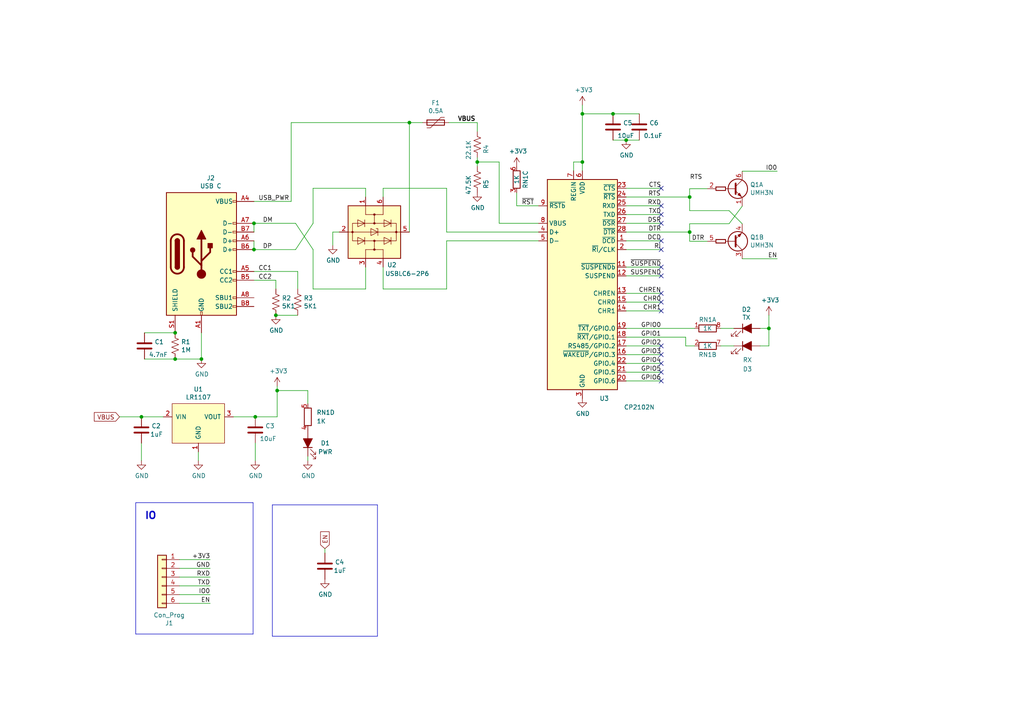
<source format=kicad_sch>
(kicad_sch (version 20230121) (generator eeschema)

  (uuid 852dabbf-de45-4470-8176-59d37a754407)

  (paper "A4")

  (title_block
    (title "DisProg")
    (date "2023")
    (rev "A")
    (company "DISGRAN")
    (comment 1 "COnvertidor Serie a USB co auto-reset para ESP32")
  )

  (lib_symbols
    (symbol "Connector_Generic:Conn_01x06" (pin_names (offset 1.016) hide) (in_bom yes) (on_board yes)
      (property "Reference" "J" (at 0 7.62 0)
        (effects (font (size 1.27 1.27)))
      )
      (property "Value" "Conn_01x06" (at 0 -10.16 0)
        (effects (font (size 1.27 1.27)))
      )
      (property "Footprint" "" (at 0 0 0)
        (effects (font (size 1.27 1.27)) hide)
      )
      (property "Datasheet" "~" (at 0 0 0)
        (effects (font (size 1.27 1.27)) hide)
      )
      (property "ki_keywords" "connector" (at 0 0 0)
        (effects (font (size 1.27 1.27)) hide)
      )
      (property "ki_description" "Generic connector, single row, 01x06, script generated (kicad-library-utils/schlib/autogen/connector/)" (at 0 0 0)
        (effects (font (size 1.27 1.27)) hide)
      )
      (property "ki_fp_filters" "Connector*:*_1x??_*" (at 0 0 0)
        (effects (font (size 1.27 1.27)) hide)
      )
      (symbol "Conn_01x06_1_1"
        (rectangle (start -1.27 -7.493) (end 0 -7.747)
          (stroke (width 0.1524) (type default))
          (fill (type none))
        )
        (rectangle (start -1.27 -4.953) (end 0 -5.207)
          (stroke (width 0.1524) (type default))
          (fill (type none))
        )
        (rectangle (start -1.27 -2.413) (end 0 -2.667)
          (stroke (width 0.1524) (type default))
          (fill (type none))
        )
        (rectangle (start -1.27 0.127) (end 0 -0.127)
          (stroke (width 0.1524) (type default))
          (fill (type none))
        )
        (rectangle (start -1.27 2.667) (end 0 2.413)
          (stroke (width 0.1524) (type default))
          (fill (type none))
        )
        (rectangle (start -1.27 5.207) (end 0 4.953)
          (stroke (width 0.1524) (type default))
          (fill (type none))
        )
        (rectangle (start -1.27 6.35) (end 1.27 -8.89)
          (stroke (width 0.254) (type default))
          (fill (type background))
        )
        (pin passive line (at -5.08 5.08 0) (length 3.81)
          (name "Pin_1" (effects (font (size 1.27 1.27))))
          (number "1" (effects (font (size 1.27 1.27))))
        )
        (pin passive line (at -5.08 2.54 0) (length 3.81)
          (name "Pin_2" (effects (font (size 1.27 1.27))))
          (number "2" (effects (font (size 1.27 1.27))))
        )
        (pin passive line (at -5.08 0 0) (length 3.81)
          (name "Pin_3" (effects (font (size 1.27 1.27))))
          (number "3" (effects (font (size 1.27 1.27))))
        )
        (pin passive line (at -5.08 -2.54 0) (length 3.81)
          (name "Pin_4" (effects (font (size 1.27 1.27))))
          (number "4" (effects (font (size 1.27 1.27))))
        )
        (pin passive line (at -5.08 -5.08 0) (length 3.81)
          (name "Pin_5" (effects (font (size 1.27 1.27))))
          (number "5" (effects (font (size 1.27 1.27))))
        )
        (pin passive line (at -5.08 -7.62 0) (length 3.81)
          (name "Pin_6" (effects (font (size 1.27 1.27))))
          (number "6" (effects (font (size 1.27 1.27))))
        )
      )
    )
    (symbol "Device:C" (pin_numbers hide) (pin_names (offset 0.254)) (in_bom yes) (on_board yes)
      (property "Reference" "C" (at 0.635 2.54 0)
        (effects (font (size 1.27 1.27)) (justify left))
      )
      (property "Value" "C" (at 0.635 -2.54 0)
        (effects (font (size 1.27 1.27)) (justify left))
      )
      (property "Footprint" "" (at 0.9652 -3.81 0)
        (effects (font (size 1.27 1.27)) hide)
      )
      (property "Datasheet" "~" (at 0 0 0)
        (effects (font (size 1.27 1.27)) hide)
      )
      (property "ki_keywords" "cap capacitor" (at 0 0 0)
        (effects (font (size 1.27 1.27)) hide)
      )
      (property "ki_description" "Unpolarized capacitor" (at 0 0 0)
        (effects (font (size 1.27 1.27)) hide)
      )
      (property "ki_fp_filters" "C_*" (at 0 0 0)
        (effects (font (size 1.27 1.27)) hide)
      )
      (symbol "C_0_1"
        (polyline
          (pts
            (xy -2.032 -0.762)
            (xy 2.032 -0.762)
          )
          (stroke (width 0.508) (type default))
          (fill (type none))
        )
        (polyline
          (pts
            (xy -2.032 0.762)
            (xy 2.032 0.762)
          )
          (stroke (width 0.508) (type default))
          (fill (type none))
        )
      )
      (symbol "C_1_1"
        (pin passive line (at 0 3.81 270) (length 2.794)
          (name "~" (effects (font (size 1.27 1.27))))
          (number "1" (effects (font (size 1.27 1.27))))
        )
        (pin passive line (at 0 -3.81 90) (length 2.794)
          (name "~" (effects (font (size 1.27 1.27))))
          (number "2" (effects (font (size 1.27 1.27))))
        )
      )
    )
    (symbol "Device:LED_ALT" (pin_numbers hide) (pin_names (offset 1.016) hide) (in_bom yes) (on_board yes)
      (property "Reference" "D" (at 0 2.54 0)
        (effects (font (size 1.27 1.27)))
      )
      (property "Value" "Device_LED_ALT" (at 0 -2.54 0)
        (effects (font (size 1.27 1.27)))
      )
      (property "Footprint" "" (at 0 0 0)
        (effects (font (size 1.27 1.27)) hide)
      )
      (property "Datasheet" "" (at 0 0 0)
        (effects (font (size 1.27 1.27)) hide)
      )
      (property "ki_fp_filters" "LED* LED_SMD:* LED_THT:*" (at 0 0 0)
        (effects (font (size 1.27 1.27)) hide)
      )
      (symbol "LED_ALT_0_1"
        (polyline
          (pts
            (xy -1.27 -1.27)
            (xy -1.27 1.27)
          )
          (stroke (width 0.254) (type default))
          (fill (type none))
        )
        (polyline
          (pts
            (xy -1.27 0)
            (xy 1.27 0)
          )
          (stroke (width 0) (type default))
          (fill (type none))
        )
        (polyline
          (pts
            (xy 1.27 -1.27)
            (xy 1.27 1.27)
            (xy -1.27 0)
            (xy 1.27 -1.27)
          )
          (stroke (width 0.254) (type default))
          (fill (type outline))
        )
        (polyline
          (pts
            (xy -3.048 -0.762)
            (xy -4.572 -2.286)
            (xy -3.81 -2.286)
            (xy -4.572 -2.286)
            (xy -4.572 -1.524)
          )
          (stroke (width 0) (type default))
          (fill (type none))
        )
        (polyline
          (pts
            (xy -1.778 -0.762)
            (xy -3.302 -2.286)
            (xy -2.54 -2.286)
            (xy -3.302 -2.286)
            (xy -3.302 -1.524)
          )
          (stroke (width 0) (type default))
          (fill (type none))
        )
      )
      (symbol "LED_ALT_1_1"
        (pin passive line (at -3.81 0 0) (length 2.54)
          (name "K" (effects (font (size 1.27 1.27))))
          (number "1" (effects (font (size 1.27 1.27))))
        )
        (pin passive line (at 3.81 0 180) (length 2.54)
          (name "A" (effects (font (size 1.27 1.27))))
          (number "2" (effects (font (size 1.27 1.27))))
        )
      )
    )
    (symbol "Device:Polyfuse" (pin_numbers hide) (pin_names (offset 0)) (in_bom yes) (on_board yes)
      (property "Reference" "F" (at -2.54 0 90)
        (effects (font (size 1.27 1.27)))
      )
      (property "Value" "Polyfuse" (at 2.54 0 90)
        (effects (font (size 1.27 1.27)))
      )
      (property "Footprint" "" (at 1.27 -5.08 0)
        (effects (font (size 1.27 1.27)) (justify left) hide)
      )
      (property "Datasheet" "~" (at 0 0 0)
        (effects (font (size 1.27 1.27)) hide)
      )
      (property "ki_keywords" "resettable fuse PTC PPTC polyfuse polyswitch" (at 0 0 0)
        (effects (font (size 1.27 1.27)) hide)
      )
      (property "ki_description" "Resettable fuse, polymeric positive temperature coefficient" (at 0 0 0)
        (effects (font (size 1.27 1.27)) hide)
      )
      (property "ki_fp_filters" "*polyfuse* *PTC*" (at 0 0 0)
        (effects (font (size 1.27 1.27)) hide)
      )
      (symbol "Polyfuse_0_1"
        (rectangle (start -0.762 2.54) (end 0.762 -2.54)
          (stroke (width 0.254) (type default))
          (fill (type none))
        )
        (polyline
          (pts
            (xy 0 2.54)
            (xy 0 -2.54)
          )
          (stroke (width 0) (type default))
          (fill (type none))
        )
        (polyline
          (pts
            (xy -1.524 2.54)
            (xy -1.524 1.524)
            (xy 1.524 -1.524)
            (xy 1.524 -2.54)
          )
          (stroke (width 0) (type default))
          (fill (type none))
        )
      )
      (symbol "Polyfuse_1_1"
        (pin passive line (at 0 3.81 270) (length 1.27)
          (name "~" (effects (font (size 1.27 1.27))))
          (number "1" (effects (font (size 1.27 1.27))))
        )
        (pin passive line (at 0 -3.81 90) (length 1.27)
          (name "~" (effects (font (size 1.27 1.27))))
          (number "2" (effects (font (size 1.27 1.27))))
        )
      )
    )
    (symbol "Device:R_Pack04_Split" (pin_names (offset 0) hide) (in_bom yes) (on_board yes)
      (property "Reference" "RN" (at 2.032 0 90)
        (effects (font (size 1.27 1.27)))
      )
      (property "Value" "R_Pack04_Split" (at 0 0 90)
        (effects (font (size 1.27 1.27)))
      )
      (property "Footprint" "" (at -2.032 0 90)
        (effects (font (size 1.27 1.27)) hide)
      )
      (property "Datasheet" "~" (at 0 0 0)
        (effects (font (size 1.27 1.27)) hide)
      )
      (property "ki_keywords" "R network parallel topology isolated" (at 0 0 0)
        (effects (font (size 1.27 1.27)) hide)
      )
      (property "ki_description" "4 resistor network, parallel topology, split" (at 0 0 0)
        (effects (font (size 1.27 1.27)) hide)
      )
      (property "ki_fp_filters" "DIP* SOIC* R*Array*Concave* R*Array*Convex*" (at 0 0 0)
        (effects (font (size 1.27 1.27)) hide)
      )
      (symbol "R_Pack04_Split_0_1"
        (rectangle (start 1.016 2.54) (end -1.016 -2.54)
          (stroke (width 0.254) (type default))
          (fill (type none))
        )
      )
      (symbol "R_Pack04_Split_1_1"
        (pin passive line (at 0 -3.81 90) (length 1.27)
          (name "R1.1" (effects (font (size 1.27 1.27))))
          (number "1" (effects (font (size 1.27 1.27))))
        )
        (pin passive line (at 0 3.81 270) (length 1.27)
          (name "R1.2" (effects (font (size 1.27 1.27))))
          (number "8" (effects (font (size 1.27 1.27))))
        )
      )
      (symbol "R_Pack04_Split_2_1"
        (pin passive line (at 0 -3.81 90) (length 1.27)
          (name "R2.1" (effects (font (size 1.27 1.27))))
          (number "2" (effects (font (size 1.27 1.27))))
        )
        (pin passive line (at 0 3.81 270) (length 1.27)
          (name "R2.2" (effects (font (size 1.27 1.27))))
          (number "7" (effects (font (size 1.27 1.27))))
        )
      )
      (symbol "R_Pack04_Split_3_1"
        (pin passive line (at 0 -3.81 90) (length 1.27)
          (name "R3.1" (effects (font (size 1.27 1.27))))
          (number "3" (effects (font (size 1.27 1.27))))
        )
        (pin passive line (at 0 3.81 270) (length 1.27)
          (name "R3.2" (effects (font (size 1.27 1.27))))
          (number "6" (effects (font (size 1.27 1.27))))
        )
      )
      (symbol "R_Pack04_Split_4_1"
        (pin passive line (at 0 -3.81 90) (length 1.27)
          (name "R4.1" (effects (font (size 1.27 1.27))))
          (number "4" (effects (font (size 1.27 1.27))))
        )
        (pin passive line (at 0 3.81 270) (length 1.27)
          (name "R4.2" (effects (font (size 1.27 1.27))))
          (number "5" (effects (font (size 1.27 1.27))))
        )
      )
    )
    (symbol "Device:R_US" (pin_numbers hide) (pin_names (offset 0)) (in_bom yes) (on_board yes)
      (property "Reference" "R" (at 2.54 0 90)
        (effects (font (size 1.27 1.27)))
      )
      (property "Value" "R_US" (at -2.54 0 90)
        (effects (font (size 1.27 1.27)))
      )
      (property "Footprint" "" (at 1.016 -0.254 90)
        (effects (font (size 1.27 1.27)) hide)
      )
      (property "Datasheet" "~" (at 0 0 0)
        (effects (font (size 1.27 1.27)) hide)
      )
      (property "ki_keywords" "R res resistor" (at 0 0 0)
        (effects (font (size 1.27 1.27)) hide)
      )
      (property "ki_description" "Resistor, US symbol" (at 0 0 0)
        (effects (font (size 1.27 1.27)) hide)
      )
      (property "ki_fp_filters" "R_*" (at 0 0 0)
        (effects (font (size 1.27 1.27)) hide)
      )
      (symbol "R_US_0_1"
        (polyline
          (pts
            (xy 0 -2.286)
            (xy 0 -2.54)
          )
          (stroke (width 0) (type default))
          (fill (type none))
        )
        (polyline
          (pts
            (xy 0 2.286)
            (xy 0 2.54)
          )
          (stroke (width 0) (type default))
          (fill (type none))
        )
        (polyline
          (pts
            (xy 0 -0.762)
            (xy 1.016 -1.143)
            (xy 0 -1.524)
            (xy -1.016 -1.905)
            (xy 0 -2.286)
          )
          (stroke (width 0) (type default))
          (fill (type none))
        )
        (polyline
          (pts
            (xy 0 0.762)
            (xy 1.016 0.381)
            (xy 0 0)
            (xy -1.016 -0.381)
            (xy 0 -0.762)
          )
          (stroke (width 0) (type default))
          (fill (type none))
        )
        (polyline
          (pts
            (xy 0 2.286)
            (xy 1.016 1.905)
            (xy 0 1.524)
            (xy -1.016 1.143)
            (xy 0 0.762)
          )
          (stroke (width 0) (type default))
          (fill (type none))
        )
      )
      (symbol "R_US_1_1"
        (pin passive line (at 0 3.81 270) (length 1.27)
          (name "~" (effects (font (size 1.27 1.27))))
          (number "1" (effects (font (size 1.27 1.27))))
        )
        (pin passive line (at 0 -3.81 90) (length 1.27)
          (name "~" (effects (font (size 1.27 1.27))))
          (number "2" (effects (font (size 1.27 1.27))))
        )
      )
    )
    (symbol "Interface_USB:CP2102N-A01-GQFN28" (in_bom yes) (on_board yes)
      (property "Reference" "U" (at -7.62 31.75 0)
        (effects (font (size 1.27 1.27)) (justify right))
      )
      (property "Value" "Interface_USB_CP2102N-A01-GQFN28" (at 26.67 31.75 0)
        (effects (font (size 1.27 1.27)) (justify right))
      )
      (property "Footprint" "Package_DFN_QFN:QFN-28-1EP_5x5mm_P0.5mm_EP3.35x3.35mm" (at 11.43 -30.48 0)
        (effects (font (size 1.27 1.27)) (justify left) hide)
      )
      (property "Datasheet" "" (at 1.27 -19.05 0)
        (effects (font (size 1.27 1.27)) hide)
      )
      (property "ki_fp_filters" "QFN*1EP*5x5mm*P0.5mm*" (at 0 0 0)
        (effects (font (size 1.27 1.27)) hide)
      )
      (symbol "CP2102N-A01-GQFN28_0_1"
        (rectangle (start -10.16 30.48) (end 10.16 -30.48)
          (stroke (width 0.254) (type default))
          (fill (type background))
        )
      )
      (symbol "CP2102N-A01-GQFN28_1_1"
        (pin input line (at 12.7 12.7 180) (length 2.54)
          (name "~{DCD}" (effects (font (size 1.27 1.27))))
          (number "1" (effects (font (size 1.27 1.27))))
        )
        (pin no_connect line (at -10.16 -10.16 0) (length 2.54) hide
          (name "NC" (effects (font (size 1.27 1.27))))
          (number "10" (effects (font (size 1.27 1.27))))
        )
        (pin output line (at 12.7 5.08 180) (length 2.54)
          (name "~{SUSPENDb}" (effects (font (size 1.27 1.27))))
          (number "11" (effects (font (size 1.27 1.27))))
        )
        (pin output line (at 12.7 2.54 180) (length 2.54)
          (name "SUSPEND" (effects (font (size 1.27 1.27))))
          (number "12" (effects (font (size 1.27 1.27))))
        )
        (pin output line (at 12.7 -2.54 180) (length 2.54)
          (name "CHREN" (effects (font (size 1.27 1.27))))
          (number "13" (effects (font (size 1.27 1.27))))
        )
        (pin output line (at 12.7 -7.62 180) (length 2.54)
          (name "CHR1" (effects (font (size 1.27 1.27))))
          (number "14" (effects (font (size 1.27 1.27))))
        )
        (pin output line (at 12.7 -5.08 180) (length 2.54)
          (name "CHR0" (effects (font (size 1.27 1.27))))
          (number "15" (effects (font (size 1.27 1.27))))
        )
        (pin bidirectional line (at 12.7 -20.32 180) (length 2.54)
          (name "~{WAKEUP}/GPIO.3" (effects (font (size 1.27 1.27))))
          (number "16" (effects (font (size 1.27 1.27))))
        )
        (pin bidirectional line (at 12.7 -17.78 180) (length 2.54)
          (name "RS485/GPIO.2" (effects (font (size 1.27 1.27))))
          (number "17" (effects (font (size 1.27 1.27))))
        )
        (pin bidirectional line (at 12.7 -15.24 180) (length 2.54)
          (name "~{RXT}/GPIO.1" (effects (font (size 1.27 1.27))))
          (number "18" (effects (font (size 1.27 1.27))))
        )
        (pin bidirectional line (at 12.7 -12.7 180) (length 2.54)
          (name "~{TXT}/GPIO.0" (effects (font (size 1.27 1.27))))
          (number "19" (effects (font (size 1.27 1.27))))
        )
        (pin bidirectional line (at 12.7 10.16 180) (length 2.54)
          (name "~{RI}/CLK" (effects (font (size 1.27 1.27))))
          (number "2" (effects (font (size 1.27 1.27))))
        )
        (pin bidirectional line (at 12.7 -27.94 180) (length 2.54)
          (name "GPIO.6" (effects (font (size 1.27 1.27))))
          (number "20" (effects (font (size 1.27 1.27))))
        )
        (pin bidirectional line (at 12.7 -25.4 180) (length 2.54)
          (name "GPIO.5" (effects (font (size 1.27 1.27))))
          (number "21" (effects (font (size 1.27 1.27))))
        )
        (pin bidirectional line (at 12.7 -22.86 180) (length 2.54)
          (name "GPIO.4" (effects (font (size 1.27 1.27))))
          (number "22" (effects (font (size 1.27 1.27))))
        )
        (pin input line (at 12.7 27.94 180) (length 2.54)
          (name "~{CTS}" (effects (font (size 1.27 1.27))))
          (number "23" (effects (font (size 1.27 1.27))))
        )
        (pin output line (at 12.7 25.4 180) (length 2.54)
          (name "~{RTS}" (effects (font (size 1.27 1.27))))
          (number "24" (effects (font (size 1.27 1.27))))
        )
        (pin input line (at 12.7 22.86 180) (length 2.54)
          (name "RXD" (effects (font (size 1.27 1.27))))
          (number "25" (effects (font (size 1.27 1.27))))
        )
        (pin output line (at 12.7 20.32 180) (length 2.54)
          (name "TXD" (effects (font (size 1.27 1.27))))
          (number "26" (effects (font (size 1.27 1.27))))
        )
        (pin input line (at 12.7 17.78 180) (length 2.54)
          (name "~{DSR}" (effects (font (size 1.27 1.27))))
          (number "27" (effects (font (size 1.27 1.27))))
        )
        (pin output line (at 12.7 15.24 180) (length 2.54)
          (name "~{DTR}" (effects (font (size 1.27 1.27))))
          (number "28" (effects (font (size 1.27 1.27))))
        )
        (pin passive line (at 0 -33.02 90) (length 2.54) hide
          (name "GND" (effects (font (size 1.27 1.27))))
          (number "29" (effects (font (size 1.27 1.27))))
        )
        (pin power_in line (at 0 -33.02 90) (length 2.54)
          (name "GND" (effects (font (size 1.27 1.27))))
          (number "3" (effects (font (size 1.27 1.27))))
        )
        (pin bidirectional line (at -12.7 15.24 0) (length 2.54)
          (name "D+" (effects (font (size 1.27 1.27))))
          (number "4" (effects (font (size 1.27 1.27))))
        )
        (pin bidirectional line (at -12.7 12.7 0) (length 2.54)
          (name "D-" (effects (font (size 1.27 1.27))))
          (number "5" (effects (font (size 1.27 1.27))))
        )
        (pin passive line (at 0 33.02 270) (length 2.54)
          (name "VDD" (effects (font (size 1.27 1.27))))
          (number "6" (effects (font (size 1.27 1.27))))
        )
        (pin power_in line (at -2.54 33.02 270) (length 2.54)
          (name "REGIN" (effects (font (size 1.27 1.27))))
          (number "7" (effects (font (size 1.27 1.27))))
        )
        (pin input line (at -12.7 17.78 0) (length 2.54)
          (name "VBUS" (effects (font (size 1.27 1.27))))
          (number "8" (effects (font (size 1.27 1.27))))
        )
        (pin input line (at -12.7 22.86 0) (length 2.54)
          (name "~{RSTb}" (effects (font (size 1.27 1.27))))
          (number "9" (effects (font (size 1.27 1.27))))
        )
      )
    )
    (symbol "Power_Protection:USBLC6-2P6" (pin_names hide) (in_bom yes) (on_board yes)
      (property "Reference" "U" (at 2.54 8.89 0)
        (effects (font (size 1.27 1.27)) (justify left))
      )
      (property "Value" "USBLC6-2P6" (at 2.54 -8.89 0)
        (effects (font (size 1.27 1.27)) (justify left))
      )
      (property "Footprint" "Package_TO_SOT_SMD:SOT-666" (at 0 -12.7 0)
        (effects (font (size 1.27 1.27)) hide)
      )
      (property "Datasheet" "https://www.st.com/resource/en/datasheet/usblc6-2.pdf" (at 5.08 8.89 0)
        (effects (font (size 1.27 1.27)) hide)
      )
      (property "ki_keywords" "usb ethernet video" (at 0 0 0)
        (effects (font (size 1.27 1.27)) hide)
      )
      (property "ki_description" "Very low capacitance ESD protection diode, 2 data-line, SOT-666" (at 0 0 0)
        (effects (font (size 1.27 1.27)) hide)
      )
      (property "ki_fp_filters" "SOT?666*" (at 0 0 0)
        (effects (font (size 1.27 1.27)) hide)
      )
      (symbol "USBLC6-2P6_0_1"
        (rectangle (start -7.62 -7.62) (end 7.62 7.62)
          (stroke (width 0.254) (type default))
          (fill (type background))
        )
        (circle (center -5.08 0) (radius 0.254)
          (stroke (width 0) (type default))
          (fill (type outline))
        )
        (circle (center -2.54 0) (radius 0.254)
          (stroke (width 0) (type default))
          (fill (type outline))
        )
        (rectangle (start -2.54 6.35) (end 2.54 -6.35)
          (stroke (width 0) (type default))
          (fill (type none))
        )
        (circle (center 0 -6.35) (radius 0.254)
          (stroke (width 0) (type default))
          (fill (type outline))
        )
        (polyline
          (pts
            (xy -5.08 -2.54)
            (xy -7.62 -2.54)
          )
          (stroke (width 0) (type default))
          (fill (type none))
        )
        (polyline
          (pts
            (xy -5.08 0)
            (xy -5.08 -2.54)
          )
          (stroke (width 0) (type default))
          (fill (type none))
        )
        (polyline
          (pts
            (xy -5.08 2.54)
            (xy -7.62 2.54)
          )
          (stroke (width 0) (type default))
          (fill (type none))
        )
        (polyline
          (pts
            (xy -1.524 -2.794)
            (xy -3.556 -2.794)
          )
          (stroke (width 0) (type default))
          (fill (type none))
        )
        (polyline
          (pts
            (xy -1.524 4.826)
            (xy -3.556 4.826)
          )
          (stroke (width 0) (type default))
          (fill (type none))
        )
        (polyline
          (pts
            (xy 0 -7.62)
            (xy 0 -6.35)
          )
          (stroke (width 0) (type default))
          (fill (type none))
        )
        (polyline
          (pts
            (xy 0 -6.35)
            (xy 0 1.27)
          )
          (stroke (width 0) (type default))
          (fill (type none))
        )
        (polyline
          (pts
            (xy 0 1.27)
            (xy 0 6.35)
          )
          (stroke (width 0) (type default))
          (fill (type none))
        )
        (polyline
          (pts
            (xy 0 6.35)
            (xy 0 7.62)
          )
          (stroke (width 0) (type default))
          (fill (type none))
        )
        (polyline
          (pts
            (xy 1.524 -2.794)
            (xy 3.556 -2.794)
          )
          (stroke (width 0) (type default))
          (fill (type none))
        )
        (polyline
          (pts
            (xy 1.524 4.826)
            (xy 3.556 4.826)
          )
          (stroke (width 0) (type default))
          (fill (type none))
        )
        (polyline
          (pts
            (xy 5.08 -2.54)
            (xy 7.62 -2.54)
          )
          (stroke (width 0) (type default))
          (fill (type none))
        )
        (polyline
          (pts
            (xy 5.08 0)
            (xy 5.08 -2.54)
          )
          (stroke (width 0) (type default))
          (fill (type none))
        )
        (polyline
          (pts
            (xy 5.08 2.54)
            (xy 7.62 2.54)
          )
          (stroke (width 0) (type default))
          (fill (type none))
        )
        (polyline
          (pts
            (xy -2.54 0)
            (xy -5.08 0)
            (xy -5.08 2.54)
          )
          (stroke (width 0) (type default))
          (fill (type none))
        )
        (polyline
          (pts
            (xy 2.54 0)
            (xy 5.08 0)
            (xy 5.08 2.54)
          )
          (stroke (width 0) (type default))
          (fill (type none))
        )
        (polyline
          (pts
            (xy -3.556 -4.826)
            (xy -1.524 -4.826)
            (xy -2.54 -2.794)
            (xy -3.556 -4.826)
          )
          (stroke (width 0) (type default))
          (fill (type none))
        )
        (polyline
          (pts
            (xy -3.556 2.794)
            (xy -1.524 2.794)
            (xy -2.54 4.826)
            (xy -3.556 2.794)
          )
          (stroke (width 0) (type default))
          (fill (type none))
        )
        (polyline
          (pts
            (xy -1.016 -1.016)
            (xy 1.016 -1.016)
            (xy 0 1.016)
            (xy -1.016 -1.016)
          )
          (stroke (width 0) (type default))
          (fill (type none))
        )
        (polyline
          (pts
            (xy 1.016 1.016)
            (xy 0.762 1.016)
            (xy -1.016 1.016)
            (xy -1.016 0.508)
          )
          (stroke (width 0) (type default))
          (fill (type none))
        )
        (polyline
          (pts
            (xy 3.556 -4.826)
            (xy 1.524 -4.826)
            (xy 2.54 -2.794)
            (xy 3.556 -4.826)
          )
          (stroke (width 0) (type default))
          (fill (type none))
        )
        (polyline
          (pts
            (xy 3.556 2.794)
            (xy 1.524 2.794)
            (xy 2.54 4.826)
            (xy 3.556 2.794)
          )
          (stroke (width 0) (type default))
          (fill (type none))
        )
        (circle (center 0 6.35) (radius 0.254)
          (stroke (width 0) (type default))
          (fill (type outline))
        )
        (circle (center 2.54 0) (radius 0.254)
          (stroke (width 0) (type default))
          (fill (type outline))
        )
        (circle (center 5.08 0) (radius 0.254)
          (stroke (width 0) (type default))
          (fill (type outline))
        )
      )
      (symbol "USBLC6-2P6_1_1"
        (pin passive line (at -10.16 -2.54 0) (length 2.54)
          (name "I/O1" (effects (font (size 1.27 1.27))))
          (number "1" (effects (font (size 1.27 1.27))))
        )
        (pin passive line (at 0 -10.16 90) (length 2.54)
          (name "GND" (effects (font (size 1.27 1.27))))
          (number "2" (effects (font (size 1.27 1.27))))
        )
        (pin passive line (at 10.16 -2.54 180) (length 2.54)
          (name "I/O2" (effects (font (size 1.27 1.27))))
          (number "3" (effects (font (size 1.27 1.27))))
        )
        (pin passive line (at 10.16 2.54 180) (length 2.54)
          (name "I/O2" (effects (font (size 1.27 1.27))))
          (number "4" (effects (font (size 1.27 1.27))))
        )
        (pin passive line (at 0 10.16 270) (length 2.54)
          (name "VBUS" (effects (font (size 1.27 1.27))))
          (number "5" (effects (font (size 1.27 1.27))))
        )
        (pin passive line (at -10.16 2.54 0) (length 2.54)
          (name "I/O1" (effects (font (size 1.27 1.27))))
          (number "6" (effects (font (size 1.27 1.27))))
        )
      )
    )
    (symbol "Transistor_BJT:UMH3N" (pin_names hide) (in_bom yes) (on_board yes)
      (property "Reference" "Q" (at 7.62 1.27 0)
        (effects (font (size 1.27 1.27)) (justify left))
      )
      (property "Value" "UMH3N" (at 7.62 -1.27 0)
        (effects (font (size 1.27 1.27)) (justify left))
      )
      (property "Footprint" "Package_TO_SOT_SMD:SOT-363_SC-70-6" (at 0.127 -11.176 0)
        (effects (font (size 1.27 1.27)) hide)
      )
      (property "Datasheet" "http://rohmfs.rohm.com/en/products/databook/datasheet/discrete/transistor/digital/emh3t2r-e.pdf" (at 3.81 0 0)
        (effects (font (size 1.27 1.27)) hide)
      )
      (property "ki_keywords" "Dual NPN Transistor" (at 0 0 0)
        (effects (font (size 1.27 1.27)) hide)
      )
      (property "ki_description" "0.1A Ic, 50V Vce, Dual NPN Input Resistor Transistors, SOT-363" (at 0 0 0)
        (effects (font (size 1.27 1.27)) hide)
      )
      (property "ki_fp_filters" "SOT?363*" (at 0 0 0)
        (effects (font (size 1.27 1.27)) hide)
      )
      (symbol "UMH3N_0_1"
        (polyline
          (pts
            (xy 3.175 0)
            (xy 0.254 0)
          )
          (stroke (width 0) (type default))
          (fill (type none))
        )
        (polyline
          (pts
            (xy 3.175 0.635)
            (xy 5.08 2.54)
          )
          (stroke (width 0) (type default))
          (fill (type none))
        )
        (polyline
          (pts
            (xy 3.175 1.524)
            (xy 3.175 -1.524)
          )
          (stroke (width 0.508) (type default))
          (fill (type none))
        )
        (polyline
          (pts
            (xy 3.175 -0.635)
            (xy 5.08 -2.54)
            (xy 5.08 -2.54)
          )
          (stroke (width 0) (type default))
          (fill (type none))
        )
        (polyline
          (pts
            (xy 3.81 -1.778)
            (xy 4.318 -1.27)
            (xy 4.826 -2.286)
            (xy 3.81 -1.778)
            (xy 3.81 -1.778)
          )
          (stroke (width 0) (type default))
          (fill (type outline))
        )
        (rectangle (start 0.254 0.508) (end -2.54 -0.508)
          (stroke (width 0.254) (type default))
          (fill (type none))
        )
        (circle (center 3.81 0) (radius 2.8194)
          (stroke (width 0.254) (type default))
          (fill (type none))
        )
      )
      (symbol "UMH3N_1_1"
        (pin passive line (at 5.08 -5.08 90) (length 2.54)
          (name "E1" (effects (font (size 1.27 1.27))))
          (number "1" (effects (font (size 1.27 1.27))))
        )
        (pin input line (at -5.08 0 0) (length 2.54)
          (name "B1" (effects (font (size 1.27 1.27))))
          (number "2" (effects (font (size 1.27 1.27))))
        )
        (pin passive line (at 5.08 5.08 270) (length 2.54)
          (name "C1" (effects (font (size 1.27 1.27))))
          (number "6" (effects (font (size 1.27 1.27))))
        )
      )
      (symbol "UMH3N_2_1"
        (pin passive line (at 5.08 5.08 270) (length 2.54)
          (name "C2" (effects (font (size 1.27 1.27))))
          (number "3" (effects (font (size 1.27 1.27))))
        )
        (pin passive line (at 5.08 -5.08 90) (length 2.54)
          (name "E2" (effects (font (size 1.27 1.27))))
          (number "4" (effects (font (size 1.27 1.27))))
        )
        (pin input line (at -5.08 0 0) (length 2.54)
          (name "B2" (effects (font (size 1.27 1.27))))
          (number "5" (effects (font (size 1.27 1.27))))
        )
      )
    )
    (symbol "power:+3V3" (power) (pin_names (offset 0)) (in_bom yes) (on_board yes)
      (property "Reference" "#PWR" (at 0 -3.81 0)
        (effects (font (size 1.27 1.27)) hide)
      )
      (property "Value" "+3V3" (at 0 3.556 0)
        (effects (font (size 1.27 1.27)))
      )
      (property "Footprint" "" (at 0 0 0)
        (effects (font (size 1.27 1.27)) hide)
      )
      (property "Datasheet" "" (at 0 0 0)
        (effects (font (size 1.27 1.27)) hide)
      )
      (property "ki_keywords" "power-flag" (at 0 0 0)
        (effects (font (size 1.27 1.27)) hide)
      )
      (property "ki_description" "Power symbol creates a global label with name \"+3V3\"" (at 0 0 0)
        (effects (font (size 1.27 1.27)) hide)
      )
      (symbol "+3V3_0_1"
        (polyline
          (pts
            (xy -0.762 1.27)
            (xy 0 2.54)
          )
          (stroke (width 0) (type default))
          (fill (type none))
        )
        (polyline
          (pts
            (xy 0 0)
            (xy 0 2.54)
          )
          (stroke (width 0) (type default))
          (fill (type none))
        )
        (polyline
          (pts
            (xy 0 2.54)
            (xy 0.762 1.27)
          )
          (stroke (width 0) (type default))
          (fill (type none))
        )
      )
      (symbol "+3V3_1_1"
        (pin power_in line (at 0 0 90) (length 0) hide
          (name "+3V3" (effects (font (size 1.27 1.27))))
          (number "1" (effects (font (size 1.27 1.27))))
        )
      )
    )
    (symbol "power:GND" (power) (pin_names (offset 0)) (in_bom yes) (on_board yes)
      (property "Reference" "#PWR" (at 0 -6.35 0)
        (effects (font (size 1.27 1.27)) hide)
      )
      (property "Value" "GND" (at 0 -3.81 0)
        (effects (font (size 1.27 1.27)))
      )
      (property "Footprint" "" (at 0 0 0)
        (effects (font (size 1.27 1.27)) hide)
      )
      (property "Datasheet" "" (at 0 0 0)
        (effects (font (size 1.27 1.27)) hide)
      )
      (property "ki_keywords" "power-flag" (at 0 0 0)
        (effects (font (size 1.27 1.27)) hide)
      )
      (property "ki_description" "Power symbol creates a global label with name \"GND\" , ground" (at 0 0 0)
        (effects (font (size 1.27 1.27)) hide)
      )
      (symbol "GND_0_1"
        (polyline
          (pts
            (xy 0 0)
            (xy 0 -1.27)
            (xy 1.27 -1.27)
            (xy 0 -2.54)
            (xy -1.27 -1.27)
            (xy 0 -1.27)
          )
          (stroke (width 0) (type default))
          (fill (type none))
        )
      )
      (symbol "GND_1_1"
        (pin power_in line (at 0 0 270) (length 0) hide
          (name "GND" (effects (font (size 1.27 1.27))))
          (number "1" (effects (font (size 1.27 1.27))))
        )
      )
    )
    (symbol "voltlog:LR1107" (pin_names (offset 1.016)) (in_bom yes) (on_board yes)
      (property "Reference" "U" (at -6.35 6.35 0)
        (effects (font (size 1.27 1.27)))
      )
      (property "Value" "LR1107" (at 3.81 6.35 0)
        (effects (font (size 1.27 1.27)))
      )
      (property "Footprint" "Package_TO_SOT_SMD:SOT-89-3" (at 0 -15.24 0)
        (effects (font (size 2.0066 2.0066)) hide)
      )
      (property "Datasheet" "https://datasheet.lcsc.com/lcsc/1809251634_UTC-Unisonic-Tech-LR1107G-33-AB3-C-R_C171498.pdf" (at 0 -15.24 0)
        (effects (font (size 2.0066 2.0066)) hide)
      )
      (property "ki_description" "600mA FAST ULTRA LOW Dropout Regulator" (at 0 0 0)
        (effects (font (size 1.27 1.27)) hide)
      )
      (symbol "LR1107_0_1"
        (rectangle (start -7.62 5.08) (end 7.62 -6.35)
          (stroke (width 0) (type default))
          (fill (type background))
        )
      )
      (symbol "LR1107_1_1"
        (pin passive line (at 0 -8.89 90) (length 2.54)
          (name "GND" (effects (font (size 1.27 1.27))))
          (number "1" (effects (font (size 1.27 1.27))))
        )
        (pin power_in line (at -10.16 1.27 0) (length 2.54)
          (name "VIN" (effects (font (size 1.27 1.27))))
          (number "2" (effects (font (size 1.27 1.27))))
        )
        (pin power_out line (at 10.16 1.27 180) (length 2.54)
          (name "VOUT" (effects (font (size 1.27 1.27))))
          (number "3" (effects (font (size 1.27 1.27))))
        )
      )
    )
    (symbol "voltlog:USB_C_Receptacle_USB2.0" (pin_names (offset 1.016)) (in_bom yes) (on_board yes)
      (property "Reference" "J" (at -10.16 19.05 0)
        (effects (font (size 1.27 1.27)) (justify left))
      )
      (property "Value" "USB_C_Receptacle_USB2.0" (at 19.05 19.05 0)
        (effects (font (size 1.27 1.27)) (justify right))
      )
      (property "Footprint" "" (at 3.81 0 0)
        (effects (font (size 1.27 1.27)) hide)
      )
      (property "Datasheet" "https://www.usb.org/sites/default/files/documents/usb_type-c.zip" (at 3.81 0 0)
        (effects (font (size 1.27 1.27)) hide)
      )
      (property "ki_keywords" "usb universal serial bus type-C USB2.0" (at 0 0 0)
        (effects (font (size 1.27 1.27)) hide)
      )
      (property "ki_description" "USB 2.0-only Type-C Receptacle connector" (at 0 0 0)
        (effects (font (size 1.27 1.27)) hide)
      )
      (property "ki_fp_filters" "USB*C*Receptacle*" (at 0 0 0)
        (effects (font (size 1.27 1.27)) hide)
      )
      (symbol "USB_C_Receptacle_USB2.0_0_0"
        (rectangle (start -0.254 -17.78) (end 0.254 -16.764)
          (stroke (width 0) (type default))
          (fill (type none))
        )
        (rectangle (start 10.16 -14.986) (end 9.144 -15.494)
          (stroke (width 0) (type default))
          (fill (type none))
        )
        (rectangle (start 10.16 -12.446) (end 9.144 -12.954)
          (stroke (width 0) (type default))
          (fill (type none))
        )
        (rectangle (start 10.16 -7.366) (end 9.144 -7.874)
          (stroke (width 0) (type default))
          (fill (type none))
        )
        (rectangle (start 10.16 -4.826) (end 9.144 -5.334)
          (stroke (width 0) (type default))
          (fill (type none))
        )
        (rectangle (start 10.16 1.524) (end 9.144 1.016)
          (stroke (width 0) (type default))
          (fill (type none))
        )
        (rectangle (start 10.16 4.064) (end 9.144 3.556)
          (stroke (width 0) (type default))
          (fill (type none))
        )
        (rectangle (start 10.16 6.604) (end 9.144 6.096)
          (stroke (width 0) (type default))
          (fill (type none))
        )
        (rectangle (start 10.16 9.144) (end 9.144 8.636)
          (stroke (width 0) (type default))
          (fill (type none))
        )
        (rectangle (start 10.16 15.494) (end 9.144 14.986)
          (stroke (width 0) (type default))
          (fill (type none))
        )
      )
      (symbol "USB_C_Receptacle_USB2.0_0_1"
        (rectangle (start -10.16 17.78) (end 10.16 -17.78)
          (stroke (width 0.254) (type default))
          (fill (type background))
        )
        (arc (start -8.89 -3.81) (mid -6.985 -5.7067) (end -5.08 -3.81)
          (stroke (width 0.508) (type default))
          (fill (type none))
        )
        (arc (start -7.62 -3.81) (mid -6.985 -4.4423) (end -6.35 -3.81)
          (stroke (width 0.254) (type default))
          (fill (type none))
        )
        (arc (start -7.62 -3.81) (mid -6.985 -4.4423) (end -6.35 -3.81)
          (stroke (width 0.254) (type default))
          (fill (type outline))
        )
        (rectangle (start -7.62 -3.81) (end -6.35 3.81)
          (stroke (width 0.254) (type default))
          (fill (type outline))
        )
        (arc (start -6.35 3.81) (mid -6.985 4.4423) (end -7.62 3.81)
          (stroke (width 0.254) (type default))
          (fill (type none))
        )
        (arc (start -6.35 3.81) (mid -6.985 4.4423) (end -7.62 3.81)
          (stroke (width 0.254) (type default))
          (fill (type outline))
        )
        (arc (start -5.08 3.81) (mid -6.985 5.7067) (end -8.89 3.81)
          (stroke (width 0.508) (type default))
          (fill (type none))
        )
        (circle (center -2.54 1.143) (radius 0.635)
          (stroke (width 0.254) (type default))
          (fill (type outline))
        )
        (circle (center 0 -5.842) (radius 1.27)
          (stroke (width 0) (type default))
          (fill (type outline))
        )
        (polyline
          (pts
            (xy -8.89 -3.81)
            (xy -8.89 3.81)
          )
          (stroke (width 0.508) (type default))
          (fill (type none))
        )
        (polyline
          (pts
            (xy -5.08 3.81)
            (xy -5.08 -3.81)
          )
          (stroke (width 0.508) (type default))
          (fill (type none))
        )
        (polyline
          (pts
            (xy 0 -5.842)
            (xy 0 4.318)
          )
          (stroke (width 0.508) (type default))
          (fill (type none))
        )
        (polyline
          (pts
            (xy 0 -3.302)
            (xy -2.54 -0.762)
            (xy -2.54 0.508)
          )
          (stroke (width 0.508) (type default))
          (fill (type none))
        )
        (polyline
          (pts
            (xy 0 -2.032)
            (xy 2.54 0.508)
            (xy 2.54 1.778)
          )
          (stroke (width 0.508) (type default))
          (fill (type none))
        )
        (polyline
          (pts
            (xy -1.27 4.318)
            (xy 0 6.858)
            (xy 1.27 4.318)
            (xy -1.27 4.318)
          )
          (stroke (width 0.254) (type default))
          (fill (type outline))
        )
        (rectangle (start 1.905 1.778) (end 3.175 3.048)
          (stroke (width 0.254) (type default))
          (fill (type outline))
        )
      )
      (symbol "USB_C_Receptacle_USB2.0_1_1"
        (pin power_in line (at 0 -22.86 90) (length 5.08)
          (name "GND" (effects (font (size 1.27 1.27))))
          (number "A1" (effects (font (size 1.27 1.27))))
        )
        (pin passive line (at 0 -22.86 90) (length 5.08) hide
          (name "GND" (effects (font (size 1.27 1.27))))
          (number "A12" (effects (font (size 1.27 1.27))))
        )
        (pin power_in line (at 15.24 15.24 180) (length 5.08)
          (name "VBUS" (effects (font (size 1.27 1.27))))
          (number "A4" (effects (font (size 1.27 1.27))))
        )
        (pin bidirectional line (at 15.24 -5.08 180) (length 5.08)
          (name "CC1" (effects (font (size 1.27 1.27))))
          (number "A5" (effects (font (size 1.27 1.27))))
        )
        (pin bidirectional line (at 15.24 3.81 180) (length 5.08)
          (name "D+" (effects (font (size 1.27 1.27))))
          (number "A6" (effects (font (size 1.27 1.27))))
        )
        (pin bidirectional line (at 15.24 8.89 180) (length 5.08)
          (name "D-" (effects (font (size 1.27 1.27))))
          (number "A7" (effects (font (size 1.27 1.27))))
        )
        (pin bidirectional line (at 15.24 -12.7 180) (length 5.08)
          (name "SBU1" (effects (font (size 1.27 1.27))))
          (number "A8" (effects (font (size 1.27 1.27))))
        )
        (pin passive line (at 15.24 15.24 180) (length 5.08) hide
          (name "VBUS" (effects (font (size 1.27 1.27))))
          (number "A9" (effects (font (size 1.27 1.27))))
        )
        (pin passive line (at 0 -22.86 90) (length 5.08) hide
          (name "GND" (effects (font (size 1.27 1.27))))
          (number "B1" (effects (font (size 1.27 1.27))))
        )
        (pin passive line (at 0 -22.86 90) (length 5.08) hide
          (name "GND" (effects (font (size 1.27 1.27))))
          (number "B12" (effects (font (size 1.27 1.27))))
        )
        (pin passive line (at 15.24 15.24 180) (length 5.08) hide
          (name "VBUS" (effects (font (size 1.27 1.27))))
          (number "B4" (effects (font (size 1.27 1.27))))
        )
        (pin bidirectional line (at 15.24 -7.62 180) (length 5.08)
          (name "CC2" (effects (font (size 1.27 1.27))))
          (number "B5" (effects (font (size 1.27 1.27))))
        )
        (pin bidirectional line (at 15.24 1.27 180) (length 5.08)
          (name "D+" (effects (font (size 1.27 1.27))))
          (number "B6" (effects (font (size 1.27 1.27))))
        )
        (pin bidirectional line (at 15.24 6.35 180) (length 5.08)
          (name "D-" (effects (font (size 1.27 1.27))))
          (number "B7" (effects (font (size 1.27 1.27))))
        )
        (pin bidirectional line (at 15.24 -15.24 180) (length 5.08)
          (name "SBU2" (effects (font (size 1.27 1.27))))
          (number "B8" (effects (font (size 1.27 1.27))))
        )
        (pin passive line (at 15.24 15.24 180) (length 5.08) hide
          (name "VBUS" (effects (font (size 1.27 1.27))))
          (number "B9" (effects (font (size 1.27 1.27))))
        )
        (pin passive line (at -7.62 -22.86 90) (length 5.08)
          (name "SHIELD" (effects (font (size 1.27 1.27))))
          (number "S1" (effects (font (size 1.27 1.27))))
        )
      )
    )
  )

  (junction (at 73.66 64.77) (diameter 0) (color 0 0 0 0)
    (uuid 237384a8-b88b-40e0-8456-d20b5263c2a4)
  )
  (junction (at 177.8 33.02) (diameter 0) (color 0 0 0 0)
    (uuid 2454fd1b-3484-4838-8b7e-d26357238fe1)
  )
  (junction (at 200.025 57.15) (diameter 0) (color 0 0 0 0)
    (uuid 3d2986e1-3e40-44be-840f-25a037ae3bbc)
  )
  (junction (at 223.012 95.25) (diameter 0) (color 0 0 0 0)
    (uuid 411d4270-c66c-4318-b7fb-1470d34862b8)
  )
  (junction (at 41.021 120.904) (diameter 0) (color 0 0 0 0)
    (uuid 4d4fecdd-be4a-47e9-9085-2268d5852d8f)
  )
  (junction (at 138.43 46.99) (diameter 0) (color 0 0 0 0)
    (uuid 4db55cb8-197b-4402-871f-ce582b65664b)
  )
  (junction (at 73.66 72.39) (diameter 0) (color 0 0 0 0)
    (uuid 5179c06f-44fd-4297-bba0-6aae762cc31b)
  )
  (junction (at 181.61 40.64) (diameter 0) (color 0 0 0 0)
    (uuid 644ae9fc-3c8e-4089-866e-a12bf371c3e9)
  )
  (junction (at 50.8 96.52) (diameter 0) (color 0 0 0 0)
    (uuid 68877d35-b796-44db-9124-b8e744e7412e)
  )
  (junction (at 74.041 120.904) (diameter 0) (color 0 0 0 0)
    (uuid 88610282-a92d-4c3d-917a-ea95d59e0759)
  )
  (junction (at 80.391 113.284) (diameter 0) (color 0 0 0 0)
    (uuid 91a32fb8-83c8-4cb4-af45-2e6212eb008e)
  )
  (junction (at 50.8 104.14) (diameter 0) (color 0 0 0 0)
    (uuid 9f8381e9-3077-4453-a480-a01ad9c1a940)
  )
  (junction (at 168.91 46.99) (diameter 0) (color 0 0 0 0)
    (uuid c3c499b1-9227-4e4b-9982-f9f1aa6203b9)
  )
  (junction (at 168.91 33.02) (diameter 0) (color 0 0 0 0)
    (uuid c514e30c-e48e-4ca5-ab44-8b3afedef1f2)
  )
  (junction (at 58.42 104.14) (diameter 0) (color 0 0 0 0)
    (uuid c8c79177-94d4-43e2-a654-f0a5554fbb68)
  )
  (junction (at 80.01 91.44) (diameter 0) (color 0 0 0 0)
    (uuid df68c26a-03b5-4466-aecf-ba34b7dce6b7)
  )
  (junction (at 200.025 67.31) (diameter 0) (color 0 0 0 0)
    (uuid df6df7cb-c20c-4cf8-a0d9-7298e6c7d21e)
  )
  (junction (at 118.745 35.56) (diameter 0) (color 0 0 0 0)
    (uuid e63517cd-286f-486e-8030-51766bf01bf3)
  )

  (no_connect (at 191.77 64.77) (uuid 14ad9ea1-b233-445d-bc9e-b21ea9b149ba))
  (no_connect (at 191.77 62.23) (uuid 310f8591-3ea6-4290-9632-55dc736b655a))
  (no_connect (at 191.77 80.01) (uuid 34269302-8511-43e4-9ee0-8627825239fc))
  (no_connect (at 191.77 87.63) (uuid 3cec5839-64a7-402a-8a22-07a8049971f5))
  (no_connect (at 191.77 100.33) (uuid 4141b90a-f21e-43c6-89bf-910b60a3ae30))
  (no_connect (at 191.77 90.17) (uuid 4e090bed-33e4-432b-a172-9a399731c136))
  (no_connect (at 191.77 105.41) (uuid 55c6978d-3c8b-4558-b80e-9b0768141a14))
  (no_connect (at 191.77 72.39) (uuid 6245cede-fd9e-4152-820e-c0d363859246))
  (no_connect (at 191.77 77.47) (uuid 6e3ee540-111a-45d2-8599-be06bb52eb2a))
  (no_connect (at 191.77 54.61) (uuid 898a2522-ae12-4391-9870-e58578451000))
  (no_connect (at 191.77 110.49) (uuid 89e98861-9e44-43cd-af5e-2ebe44a9bd90))
  (no_connect (at 191.77 107.95) (uuid a9282126-8cdc-475a-bda3-f5c1f3ba61c3))
  (no_connect (at 191.77 69.85) (uuid aba8b9ec-cfb9-4f09-bb15-1ccf4303e84c))
  (no_connect (at 191.77 85.09) (uuid cd25587f-ccde-4951-b362-b9ad0fd164be))
  (no_connect (at 191.77 102.87) (uuid d5670300-5ca9-41da-8a2f-2aebd6e98f5f))
  (no_connect (at 191.77 59.69) (uuid fc8cf63d-c557-40d0-b40a-e07ca7767d5c))

  (wire (pts (xy 149.86 59.69) (xy 156.21 59.69))
    (stroke (width 0) (type default))
    (uuid 009b5465-0a65-4237-93e7-eb65321eeb18)
  )
  (wire (pts (xy 181.61 97.79) (xy 198.882 97.79))
    (stroke (width 0) (type default))
    (uuid 00f3ea8b-8a54-4e56-84ff-d98f6c00496c)
  )
  (polyline (pts (xy 73.406 145.796) (xy 73.406 183.896))
    (stroke (width 0) (type default))
    (uuid 026ac84e-b8b2-4dd2-b675-8323c24fd778)
  )

  (wire (pts (xy 181.61 95.25) (xy 201.422 95.25))
    (stroke (width 0) (type default))
    (uuid 0520f61d-4522-4301-a3fa-8ed0bf060f69)
  )
  (wire (pts (xy 191.77 62.23) (xy 181.61 62.23))
    (stroke (width 0) (type default))
    (uuid 0c3dceba-7c95-4b3d-b590-0eb581444beb)
  )
  (wire (pts (xy 89.281 113.284) (xy 80.391 113.284))
    (stroke (width 0) (type default))
    (uuid 105abf2b-b18e-4283-b280-a15cacf8fa9b)
  )
  (wire (pts (xy 200.025 61.087) (xy 211.455 61.087))
    (stroke (width 0) (type default))
    (uuid 14769dc5-8525-4984-8b15-a734ee247efa)
  )
  (wire (pts (xy 211.455 61.087) (xy 215.265 64.897))
    (stroke (width 0) (type default))
    (uuid 182b2d54-931d-49d6-9f39-60a752623e36)
  )
  (wire (pts (xy 73.66 78.74) (xy 86.36 78.74))
    (stroke (width 0) (type default))
    (uuid 1a6d2848-e78e-49fe-8978-e1890f07836f)
  )
  (wire (pts (xy 106.045 54.61) (xy 106.045 57.15))
    (stroke (width 0) (type default))
    (uuid 1bb9d0d8-ec2f-4a22-86a8-b402d251da80)
  )
  (wire (pts (xy 73.66 69.85) (xy 73.66 72.39))
    (stroke (width 0) (type default))
    (uuid 1d9cdadc-9036-4a95-b6db-fa7b3b74c869)
  )
  (wire (pts (xy 118.745 35.56) (xy 84.455 35.56))
    (stroke (width 0) (type default))
    (uuid 1df71d1a-ce75-49fe-adf6-1928d86be73e)
  )
  (wire (pts (xy 185.42 40.64) (xy 181.61 40.64))
    (stroke (width 0) (type default))
    (uuid 1e518c2a-4cb7-4599-a1fa-5b9f847da7d3)
  )
  (wire (pts (xy 149.86 59.69) (xy 149.86 55.88))
    (stroke (width 0) (type default))
    (uuid 221bef83-3ea7-4d3f-adeb-53a8a07c6273)
  )
  (wire (pts (xy 191.77 72.39) (xy 181.61 72.39))
    (stroke (width 0) (type default))
    (uuid 275aa44a-b61f-489f-9e2a-819a0fe0d1eb)
  )
  (wire (pts (xy 74.041 120.904) (xy 80.391 120.904))
    (stroke (width 0) (type default))
    (uuid 28e37b45-f843-47c2-85c9-ca19f5430ece)
  )
  (wire (pts (xy 129.54 69.85) (xy 129.54 83.82))
    (stroke (width 0) (type default))
    (uuid 28fddfbe-d2c5-4b0f-9bca-621d9d254eff)
  )
  (wire (pts (xy 200.025 64.897) (xy 211.455 64.897))
    (stroke (width 0) (type default))
    (uuid 2dc272bd-3aa2-45b5-889d-1d3c8aac80f8)
  )
  (wire (pts (xy 98.425 67.31) (xy 96.52 67.31))
    (stroke (width 0) (type default))
    (uuid 2fd6da4f-f7b5-41e0-b491-bb6860398ab5)
  )
  (wire (pts (xy 34.671 120.904) (xy 41.021 120.904))
    (stroke (width 0) (type default))
    (uuid 3326423d-8df7-4a7e-a354-349430b8fbd7)
  )
  (polyline (pts (xy 39.37 183.896) (xy 39.37 145.796))
    (stroke (width 0) (type default))
    (uuid 34cdc1c9-c9e2-44c4-9677-c1c7d7efd83d)
  )
  (polyline (pts (xy 109.474 184.531) (xy 78.994 184.531))
    (stroke (width 0) (type default))
    (uuid 37b6c6d6-3e12-4736-912a-ea6e2bf06721)
  )

  (wire (pts (xy 90.805 72.39) (xy 90.805 83.82))
    (stroke (width 0) (type default))
    (uuid 38fa00ac-84e2-4482-945e-71a66d07ab2e)
  )
  (wire (pts (xy 129.54 69.85) (xy 156.21 69.85))
    (stroke (width 0) (type default))
    (uuid 399fc36a-ed5d-44b5-82f7-c6f83d9acc14)
  )
  (wire (pts (xy 181.61 102.87) (xy 191.77 102.87))
    (stroke (width 0) (type default))
    (uuid 3a52f112-cb97-43db-aaeb-20afe27664d7)
  )
  (wire (pts (xy 80.01 81.28) (xy 73.66 81.28))
    (stroke (width 0) (type default))
    (uuid 3a7648d8-121a-4921-9b92-9b35b76ce39b)
  )
  (wire (pts (xy 73.66 72.39) (xy 85.725 72.39))
    (stroke (width 0) (type default))
    (uuid 3d22994d-9cb5-4cb4-a319-a9aee02b4504)
  )
  (wire (pts (xy 129.54 54.61) (xy 129.54 67.31))
    (stroke (width 0) (type default))
    (uuid 3d3713bb-0af7-4c8c-b880-4e10bd4e1bde)
  )
  (wire (pts (xy 85.725 64.77) (xy 90.805 72.39))
    (stroke (width 0) (type default))
    (uuid 3f31be44-1d8e-483b-8a17-68ceff23fd83)
  )
  (wire (pts (xy 223.012 100.33) (xy 220.472 100.33))
    (stroke (width 0) (type default))
    (uuid 3fd54105-4b7e-4004-9801-76ec66108a22)
  )
  (wire (pts (xy 85.725 72.39) (xy 90.805 64.77))
    (stroke (width 0) (type default))
    (uuid 40695ffe-83c4-4b49-afa9-0199f2d3f1ad)
  )
  (wire (pts (xy 181.61 100.33) (xy 191.77 100.33))
    (stroke (width 0) (type default))
    (uuid 41acfe41-fac7-432a-a7a3-946566e2d504)
  )
  (wire (pts (xy 80.01 83.82) (xy 80.01 81.28))
    (stroke (width 0) (type default))
    (uuid 45008225-f50f-4d6b-b508-6730a9408caf)
  )
  (wire (pts (xy 168.91 33.02) (xy 168.91 30.48))
    (stroke (width 0) (type default))
    (uuid 45884597-7014-4461-83ee-9975c42b9a53)
  )
  (wire (pts (xy 86.36 91.44) (xy 80.01 91.44))
    (stroke (width 0) (type default))
    (uuid 4780a290-d25c-4459-9579-eba3f7678762)
  )
  (wire (pts (xy 89.281 132.334) (xy 89.281 133.604))
    (stroke (width 0) (type default))
    (uuid 48f6905f-3e03-49f0-ab62-754e3915855c)
  )
  (wire (pts (xy 200.025 64.897) (xy 200.025 67.31))
    (stroke (width 0) (type default))
    (uuid 5114c7bf-b955-49f3-a0a8-4b954c81bde0)
  )
  (wire (pts (xy 200.025 54.737) (xy 200.025 57.15))
    (stroke (width 0) (type default))
    (uuid 542a64f0-4b03-4966-b6a2-33be7e2d347c)
  )
  (wire (pts (xy 191.77 64.77) (xy 181.61 64.77))
    (stroke (width 0) (type default))
    (uuid 57c0c267-8bf9-4cc7-b734-d71a239ac313)
  )
  (wire (pts (xy 215.265 75.057) (xy 225.425 75.057))
    (stroke (width 0) (type default))
    (uuid 5bcace5d-edd0-4e19-92d0-835e43cf8eb2)
  )
  (wire (pts (xy 200.025 57.15) (xy 200.025 61.087))
    (stroke (width 0) (type default))
    (uuid 5bd8e979-29da-4142-9e61-0186a61081f9)
  )
  (wire (pts (xy 191.77 69.85) (xy 181.61 69.85))
    (stroke (width 0) (type default))
    (uuid 5ca4be1c-537e-4a4a-b344-d0c8ffde8546)
  )
  (wire (pts (xy 181.61 57.15) (xy 200.025 57.15))
    (stroke (width 0) (type default))
    (uuid 5ee4cb62-8257-4a5f-b293-66628e588654)
  )
  (wire (pts (xy 129.54 83.82) (xy 111.125 83.82))
    (stroke (width 0) (type default))
    (uuid 613f034e-b0e5-4af0-8912-8de28aaff340)
  )
  (wire (pts (xy 181.61 110.49) (xy 191.77 110.49))
    (stroke (width 0) (type default))
    (uuid 61fe4c73-be59-4519-98f1-a634322a841d)
  )
  (wire (pts (xy 111.125 83.82) (xy 111.125 77.47))
    (stroke (width 0) (type default))
    (uuid 6263fe16-d954-458a-b41c-3ec97dc2cd20)
  )
  (wire (pts (xy 191.77 90.17) (xy 181.61 90.17))
    (stroke (width 0) (type default))
    (uuid 699feae1-8cdd-4d2b-947f-f24849c73cdb)
  )
  (wire (pts (xy 166.37 49.53) (xy 166.37 46.99))
    (stroke (width 0) (type default))
    (uuid 6bd115d6-07e0-45db-8f2e-3cbb0429104f)
  )
  (wire (pts (xy 73.66 64.77) (xy 73.66 67.31))
    (stroke (width 0) (type default))
    (uuid 6bfe5804-2ef9-4c65-b2a7-f01e4014370a)
  )
  (wire (pts (xy 211.455 64.897) (xy 215.265 59.817))
    (stroke (width 0) (type default))
    (uuid 6c2d26bc-6eca-436c-8025-79f817bf57d6)
  )
  (polyline (pts (xy 73.279 145.796) (xy 73.406 145.796))
    (stroke (width 0) (type default))
    (uuid 6c63f18e-77d5-4506-9e3a-f28216f97db7)
  )

  (wire (pts (xy 73.66 58.42) (xy 84.455 58.42))
    (stroke (width 0) (type default))
    (uuid 6ec113ca-7d27-4b14-a180-1e5e2fd1c167)
  )
  (wire (pts (xy 223.012 95.25) (xy 223.012 100.33))
    (stroke (width 0) (type default))
    (uuid 6fd4442e-30b3-428b-9306-61418a63d311)
  )
  (wire (pts (xy 181.61 105.41) (xy 191.77 105.41))
    (stroke (width 0) (type default))
    (uuid 70e4263f-d95a-4431-b3f3-cfc800c82056)
  )
  (wire (pts (xy 111.125 54.61) (xy 129.54 54.61))
    (stroke (width 0) (type default))
    (uuid 72a358f1-d356-496a-895f-9241e1d4d64b)
  )
  (wire (pts (xy 84.455 35.56) (xy 84.455 58.42))
    (stroke (width 0) (type default))
    (uuid 7416917b-8e27-400b-b454-648aaffe3d1b)
  )
  (wire (pts (xy 90.805 54.61) (xy 106.045 54.61))
    (stroke (width 0) (type default))
    (uuid 785a2a63-ec0c-43e5-b36e-aade329125f1)
  )
  (wire (pts (xy 181.61 67.31) (xy 200.025 67.31))
    (stroke (width 0) (type default))
    (uuid 7928e32f-eb2c-4453-9008-9dcc1f5151f8)
  )
  (wire (pts (xy 209.042 100.33) (xy 212.852 100.33))
    (stroke (width 0) (type default))
    (uuid 7b0b2422-3c28-4743-bdc6-7cb85eb30eb6)
  )
  (wire (pts (xy 191.77 80.01) (xy 181.61 80.01))
    (stroke (width 0) (type default))
    (uuid 7f2301df-e4bc-479e-a681-cc59c9a2dbbb)
  )
  (wire (pts (xy 41.021 120.904) (xy 47.371 120.904))
    (stroke (width 0) (type default))
    (uuid 8458d41c-5d62-455d-b6e1-9f718c0faac9)
  )
  (wire (pts (xy 191.77 54.61) (xy 181.61 54.61))
    (stroke (width 0) (type default))
    (uuid 853ee787-6e2c-4f32-bc75-6c17337dd3d5)
  )
  (polyline (pts (xy 78.994 184.531) (xy 78.994 146.431))
    (stroke (width 0) (type default))
    (uuid 86dc7a78-7d51-4111-9eea-8a8f7977eb16)
  )

  (wire (pts (xy 90.805 64.77) (xy 90.805 54.61))
    (stroke (width 0) (type default))
    (uuid 879eb54b-52f5-4876-b65a-8c7341530e7f)
  )
  (wire (pts (xy 60.96 175.006) (xy 52.07 175.006))
    (stroke (width 0) (type default))
    (uuid 88668202-3f0b-4d07-84d4-dcd790f57272)
  )
  (wire (pts (xy 106.045 83.82) (xy 106.045 77.47))
    (stroke (width 0) (type default))
    (uuid 89d7ace0-597c-44ee-8f25-b71b3ed3d15e)
  )
  (wire (pts (xy 96.52 67.31) (xy 96.52 71.12))
    (stroke (width 0) (type default))
    (uuid 8a1cc29f-85ef-4ada-aea2-7361183e3b3b)
  )
  (wire (pts (xy 220.472 95.25) (xy 223.012 95.25))
    (stroke (width 0) (type default))
    (uuid 8d0c1d66-35ef-4a53-a28f-436a11b54f42)
  )
  (wire (pts (xy 89.281 117.094) (xy 89.281 113.284))
    (stroke (width 0) (type default))
    (uuid 8d25e89f-c51a-4537-a2ef-d124b21d1796)
  )
  (wire (pts (xy 130.175 35.56) (xy 138.43 35.56))
    (stroke (width 0) (type default))
    (uuid 8de2d84c-ff45-4d4f-bc49-c166f6ae6b91)
  )
  (wire (pts (xy 223.012 95.25) (xy 223.012 91.44))
    (stroke (width 0) (type default))
    (uuid 8fcec304-c6b1-4655-8326-beacd0476953)
  )
  (wire (pts (xy 138.43 46.99) (xy 144.78 46.99))
    (stroke (width 0) (type default))
    (uuid 9031bb33-c6aa-4758-bf5c-3274ed3ebab7)
  )
  (wire (pts (xy 50.8 104.14) (xy 58.42 104.14))
    (stroke (width 0) (type default))
    (uuid 911bdcbe-493f-4e21-a506-7cbc636e2c17)
  )
  (wire (pts (xy 209.042 95.25) (xy 212.852 95.25))
    (stroke (width 0) (type default))
    (uuid 9193c41e-d425-447d-b95c-6986d66ea01c)
  )
  (wire (pts (xy 200.025 54.737) (xy 205.105 54.737))
    (stroke (width 0) (type default))
    (uuid 9697f30e-95eb-4aac-ac0f-80a60b5e338b)
  )
  (wire (pts (xy 80.391 113.284) (xy 80.391 112.014))
    (stroke (width 0) (type default))
    (uuid 96ebb021-4ec2-4b2b-b0fa-7a6a148c64c8)
  )
  (wire (pts (xy 166.37 46.99) (xy 168.91 46.99))
    (stroke (width 0) (type default))
    (uuid 97fe2a5c-4eee-4c7a-9c43-47749b396494)
  )
  (wire (pts (xy 144.78 46.99) (xy 144.78 64.77))
    (stroke (width 0) (type default))
    (uuid 9aedbb9e-8340-4899-b813-05b23382a36b)
  )
  (wire (pts (xy 200.025 67.31) (xy 200.025 69.977))
    (stroke (width 0) (type default))
    (uuid 9d41f30a-04c2-4c1f-a16f-255d478fd3a5)
  )
  (wire (pts (xy 86.36 78.74) (xy 86.36 83.82))
    (stroke (width 0) (type default))
    (uuid a544eb0a-75db-4baf-bf54-9ca21744343b)
  )
  (wire (pts (xy 94.234 159.131) (xy 94.234 160.401))
    (stroke (width 0) (type default))
    (uuid a7531a95-7ca1-4f34-955e-18120cec99e6)
  )
  (wire (pts (xy 191.77 77.47) (xy 181.61 77.47))
    (stroke (width 0) (type default))
    (uuid a8447faf-e0a0-4c4a-ae53-4d4b28669151)
  )
  (wire (pts (xy 191.77 59.69) (xy 181.61 59.69))
    (stroke (width 0) (type default))
    (uuid abe07c9a-17c3-43b5-b7a6-ae867ac27ea7)
  )
  (wire (pts (xy 168.91 33.02) (xy 177.8 33.02))
    (stroke (width 0) (type default))
    (uuid ae77c3c8-1144-468e-ad5b-a0b4090735bd)
  )
  (wire (pts (xy 60.96 162.306) (xy 52.07 162.306))
    (stroke (width 0) (type default))
    (uuid b1ddb058-f7b2-429c-9489-f4e2242ad7e5)
  )
  (wire (pts (xy 191.77 85.09) (xy 181.61 85.09))
    (stroke (width 0) (type default))
    (uuid b6cd701f-4223-4e72-a305-466869ccb250)
  )
  (wire (pts (xy 57.531 133.604) (xy 57.531 131.064))
    (stroke (width 0) (type default))
    (uuid b778c92e-6ed3-442f-80a0-53fc26fd8894)
  )
  (wire (pts (xy 41.91 104.14) (xy 50.8 104.14))
    (stroke (width 0) (type default))
    (uuid b96fe6ac-3535-4455-ab88-ed77f5e46d6e)
  )
  (polyline (pts (xy 109.474 146.431) (xy 109.474 184.531))
    (stroke (width 0) (type default))
    (uuid bb4b1afc-c46e-451d-8dad-36b7dec82f26)
  )

  (wire (pts (xy 73.66 64.77) (xy 85.725 64.77))
    (stroke (width 0) (type default))
    (uuid bbac075d-bf01-46a2-b010-967bf6fc2468)
  )
  (wire (pts (xy 198.882 100.33) (xy 201.422 100.33))
    (stroke (width 0) (type default))
    (uuid bc0dbc57-3ae8-4ce5-a05c-2d6003bba475)
  )
  (wire (pts (xy 181.61 107.95) (xy 191.77 107.95))
    (stroke (width 0) (type default))
    (uuid c0c2eb8e-f6d1-4506-8e6b-4f995ad74c1f)
  )
  (wire (pts (xy 60.96 169.926) (xy 52.07 169.926))
    (stroke (width 0) (type default))
    (uuid c106154f-d948-43e5-abfa-e1b96055d91b)
  )
  (wire (pts (xy 60.96 172.466) (xy 52.07 172.466))
    (stroke (width 0) (type default))
    (uuid c24d6ac8-802d-4df3-a210-9cb1f693e865)
  )
  (wire (pts (xy 41.91 96.52) (xy 50.8 96.52))
    (stroke (width 0) (type default))
    (uuid c332fa55-4168-4f55-88a5-f82c7c21040b)
  )
  (wire (pts (xy 74.041 133.604) (xy 74.041 128.524))
    (stroke (width 0) (type default))
    (uuid c3f2f465-fbc0-4d61-8ca9-85d5a5ebffec)
  )
  (polyline (pts (xy 39.37 145.796) (xy 73.279 145.796))
    (stroke (width 0) (type default))
    (uuid c49d23ab-146d-4089-864f-2d22b5b414b9)
  )

  (wire (pts (xy 200.025 69.977) (xy 205.105 69.977))
    (stroke (width 0) (type default))
    (uuid c4cab9c5-d6e5-4660-b910-603a51b56783)
  )
  (wire (pts (xy 80.391 120.904) (xy 80.391 113.284))
    (stroke (width 0) (type default))
    (uuid c8b6b273-3d20-4a46-8069-f6d608563604)
  )
  (wire (pts (xy 198.882 97.79) (xy 198.882 100.33))
    (stroke (width 0) (type default))
    (uuid c8b92953-cd23-44e6-85ce-083fb8c3f20f)
  )
  (wire (pts (xy 111.125 57.15) (xy 111.125 54.61))
    (stroke (width 0) (type default))
    (uuid ca20685e-1678-4285-bece-8043197d0b91)
  )
  (wire (pts (xy 215.265 49.657) (xy 225.425 49.657))
    (stroke (width 0) (type default))
    (uuid cb24efdd-07c6-4317-9277-131625b065ac)
  )
  (wire (pts (xy 129.54 67.31) (xy 156.21 67.31))
    (stroke (width 0) (type default))
    (uuid cd432a48-368e-41c5-a776-570a71de5026)
  )
  (wire (pts (xy 41.021 133.604) (xy 41.021 128.524))
    (stroke (width 0) (type default))
    (uuid ce3fd58a-4bda-4a9a-b357-8ec5b1cabc88)
  )
  (wire (pts (xy 168.91 46.99) (xy 168.91 49.53))
    (stroke (width 0) (type default))
    (uuid ce72ea62-9343-4a4f-81bf-8ac601f5d005)
  )
  (wire (pts (xy 138.43 38.1) (xy 138.43 35.56))
    (stroke (width 0) (type default))
    (uuid d0a0deb1-4f0f-4ede-b730-2c6d67cb9618)
  )
  (wire (pts (xy 118.745 35.56) (xy 118.745 67.31))
    (stroke (width 0) (type default))
    (uuid d0a7a1f0-a736-466a-b6d0-4e9a7405b224)
  )
  (wire (pts (xy 177.8 33.02) (xy 185.42 33.02))
    (stroke (width 0) (type default))
    (uuid d0d2eee9-31f6-44fa-8149-ebb4dc2dc0dc)
  )
  (wire (pts (xy 191.77 87.63) (xy 181.61 87.63))
    (stroke (width 0) (type default))
    (uuid d88958ac-68cd-4955-a63f-0eaa329dec86)
  )
  (polyline (pts (xy 73.406 183.896) (xy 39.37 183.896))
    (stroke (width 0) (type default))
    (uuid da25bf79-0abb-4fac-a221-ca5c574dfc29)
  )

  (wire (pts (xy 58.42 96.52) (xy 58.42 104.14))
    (stroke (width 0) (type default))
    (uuid e21aa84b-970e-47cf-b64f-3b55ee0e1b51)
  )
  (polyline (pts (xy 78.994 146.431) (xy 109.474 146.431))
    (stroke (width 0) (type default))
    (uuid e32ee344-1030-4498-9cac-bfbf7540faf4)
  )

  (wire (pts (xy 122.555 35.56) (xy 118.745 35.56))
    (stroke (width 0) (type default))
    (uuid e7174582-b05a-452c-91ec-a0dfcf85fc19)
  )
  (wire (pts (xy 138.43 46.99) (xy 138.43 48.26))
    (stroke (width 0) (type default))
    (uuid e97b5984-9f0f-43a4-9b8a-838eef4cceb2)
  )
  (wire (pts (xy 177.8 40.64) (xy 181.61 40.64))
    (stroke (width 0) (type default))
    (uuid ee41cb8e-512d-41d2-81e1-3c50fff32aeb)
  )
  (wire (pts (xy 60.96 164.846) (xy 52.07 164.846))
    (stroke (width 0) (type default))
    (uuid eee16674-2d21-45b6-ab5e-d669125df26c)
  )
  (wire (pts (xy 60.96 167.386) (xy 52.07 167.386))
    (stroke (width 0) (type default))
    (uuid f449bd37-cc90-4487-aee6-2a20b8d2843a)
  )
  (wire (pts (xy 90.805 83.82) (xy 106.045 83.82))
    (stroke (width 0) (type default))
    (uuid f46f6086-3663-4b28-b817-2e2b43ea6c23)
  )
  (wire (pts (xy 67.691 120.904) (xy 74.041 120.904))
    (stroke (width 0) (type default))
    (uuid f8f3a9fc-1e34-4573-a767-508104e8d242)
  )
  (wire (pts (xy 144.78 64.77) (xy 156.21 64.77))
    (stroke (width 0) (type default))
    (uuid fa918b6d-f6cf-4471-be3b-4ff713f55a2e)
  )
  (wire (pts (xy 168.91 46.99) (xy 168.91 33.02))
    (stroke (width 0) (type default))
    (uuid fb30f9bb-6a0b-4d8a-82b0-266eab794bc6)
  )
  (wire (pts (xy 138.43 45.72) (xy 138.43 46.99))
    (stroke (width 0) (type default))
    (uuid fea7c5d1-76d6-41a0-b5e3-29889dbb8ce0)
  )

  (text "IO" (at 41.91 150.876 0)
    (effects (font (size 2.0066 2.0066) (thickness 0.4013) bold) (justify left bottom))
    (uuid c7af8405-da2e-4a34-b9b8-518f342f8995)
  )

  (label "TXD" (at 60.96 169.926 180) (fields_autoplaced)
    (effects (font (size 1.27 1.27)) (justify right bottom))
    (uuid 009a4fb4-fcc0-4623-ae5d-c1bae3219583)
  )
  (label "~{SUSPEND}" (at 191.77 77.47 180) (fields_autoplaced)
    (effects (font (size 1.27 1.27)) (justify right bottom))
    (uuid 101ef598-601d-400e-9ef6-d655fbb1dbfa)
  )
  (label "TXD" (at 191.77 62.23 180) (fields_autoplaced)
    (effects (font (size 1.27 1.27)) (justify right bottom))
    (uuid 19c56563-5fe3-442a-885b-418dbc2421eb)
  )
  (label "RXD" (at 191.77 59.69 180) (fields_autoplaced)
    (effects (font (size 1.27 1.27)) (justify right bottom))
    (uuid 21ae9c3a-7138-444e-be38-56a4842ab594)
  )
  (label "EN" (at 60.96 175.006 180) (fields_autoplaced)
    (effects (font (size 1.27 1.27)) (justify right bottom))
    (uuid 2dc54bac-8640-4dd7-b8ed-3c7acb01a8ea)
  )
  (label "RI" (at 191.77 72.39 180) (fields_autoplaced)
    (effects (font (size 1.27 1.27)) (justify right bottom))
    (uuid 37e8181c-a81e-498b-b2e2-0aef0c391059)
  )
  (label "GND" (at 60.96 164.846 180) (fields_autoplaced)
    (effects (font (size 1.27 1.27)) (justify right bottom))
    (uuid 37f31dec-63fc-4634-a141-5dc5d2b60fe4)
  )
  (label "GPIO4" (at 191.77 105.41 180) (fields_autoplaced)
    (effects (font (size 1.27 1.27)) (justify right bottom))
    (uuid 38a501e2-0ee8-439d-bd02-e9e90e7503e9)
  )
  (label "DTR" (at 204.343 69.977 180) (fields_autoplaced)
    (effects (font (size 1.27 1.27)) (justify right bottom))
    (uuid 4185c36c-c66e-4dbd-be5d-841e551f4885)
  )
  (label "GPIO3" (at 191.77 102.87 180) (fields_autoplaced)
    (effects (font (size 1.27 1.27)) (justify right bottom))
    (uuid 65134029-dbd2-409a-85a8-13c2a33ff019)
  )
  (label "~{RST}" (at 154.94 59.69 180) (fields_autoplaced)
    (effects (font (size 1.27 1.27)) (justify right bottom))
    (uuid 6b7c1048-12b6-46b2-b762-fa3ad30472dd)
  )
  (label "CTS" (at 191.77 54.61 180) (fields_autoplaced)
    (effects (font (size 1.27 1.27)) (justify right bottom))
    (uuid 6c67e4f6-9d04-4539-b356-b76e915ce848)
  )
  (label "SUSPEND" (at 191.77 80.01 180) (fields_autoplaced)
    (effects (font (size 1.27 1.27)) (justify right bottom))
    (uuid 7f52d787-caa3-4a92-b1b2-19d554dc29a4)
  )
  (label "GPIO1" (at 191.77 97.79 180) (fields_autoplaced)
    (effects (font (size 1.27 1.27)) (justify right bottom))
    (uuid 8087f566-a94d-4bbc-985b-e49ee7762296)
  )
  (label "RXD" (at 60.96 167.386 180) (fields_autoplaced)
    (effects (font (size 1.27 1.27)) (justify right bottom))
    (uuid 91c1eb0a-67ae-4ef0-95ce-d060a03a7313)
  )
  (label "GPIO2" (at 191.77 100.33 180) (fields_autoplaced)
    (effects (font (size 1.27 1.27)) (justify right bottom))
    (uuid 98c78427-acd5-4f90-9ad6-9f61c4809aec)
  )
  (label "VBUS" (at 132.715 35.56 0) (fields_autoplaced)
    (effects (font (size 1.27 1.27) (thickness 0.254) bold) (justify left bottom))
    (uuid 9b0a1687-7e1b-4a04-a30b-c27a072a2949)
  )
  (label "CHR1" (at 191.77 90.17 180) (fields_autoplaced)
    (effects (font (size 1.27 1.27)) (justify right bottom))
    (uuid 9bac9ad3-a7b9-47f0-87c7-d8630653df68)
  )
  (label "IO0" (at 225.425 49.657 180) (fields_autoplaced)
    (effects (font (size 1.27 1.27)) (justify right bottom))
    (uuid 9cb12cc8-7f1a-4a01-9256-c119f11a8a02)
  )
  (label "DM" (at 76.2 64.77 0) (fields_autoplaced)
    (effects (font (size 1.27 1.27)) (justify left bottom))
    (uuid a15a7506-eae4-4933-84da-9ad754258706)
  )
  (label "USB_PWR" (at 74.93 58.42 0) (fields_autoplaced)
    (effects (font (size 1.27 1.27)) (justify left bottom))
    (uuid a17904b9-135e-4dae-ae20-401c7787de72)
  )
  (label "+3V3" (at 60.96 162.306 180) (fields_autoplaced)
    (effects (font (size 1.27 1.27)) (justify right bottom))
    (uuid a8b4bc7e-da32-4fb8-b71a-d7b47c6f741f)
  )
  (label "CHREN" (at 191.77 85.09 180) (fields_autoplaced)
    (effects (font (size 1.27 1.27)) (justify right bottom))
    (uuid af347946-e3da-4427-87ab-77b747929f50)
  )
  (label "DSR" (at 191.77 64.77 180) (fields_autoplaced)
    (effects (font (size 1.27 1.27)) (justify right bottom))
    (uuid b447dbb1-d38e-4a15-93cb-12c25382ea53)
  )
  (label "CC1" (at 74.93 78.74 0) (fields_autoplaced)
    (effects (font (size 1.27 1.27)) (justify left bottom))
    (uuid babeabf2-f3b0-4ed5-8d9e-0215947e6cf3)
  )
  (label "EN" (at 225.425 75.057 180) (fields_autoplaced)
    (effects (font (size 1.27 1.27)) (justify right bottom))
    (uuid c7e7067c-5f5e-48d8-ab59-df26f9b35863)
  )
  (label "RTS" (at 203.708 52.324 180) (fields_autoplaced)
    (effects (font (size 1.27 1.27)) (justify right bottom))
    (uuid cc48dd41-7768-48d3-b096-2c4cc2126c9d)
  )
  (label "DTR" (at 191.77 67.31 180) (fields_autoplaced)
    (effects (font (size 1.27 1.27)) (justify right bottom))
    (uuid cdfb07af-801b-44ba-8c30-d021a6ad3039)
  )
  (label "IO0" (at 60.96 172.466 180) (fields_autoplaced)
    (effects (font (size 1.27 1.27)) (justify right bottom))
    (uuid cf386a39-fc62-49dd-8ec5-e044f6bd67ce)
  )
  (label "DCD" (at 191.77 69.85 180) (fields_autoplaced)
    (effects (font (size 1.27 1.27)) (justify right bottom))
    (uuid cfa5c16e-7859-460d-a0b8-cea7d7ea629c)
  )
  (label "DP" (at 76.2 72.39 0) (fields_autoplaced)
    (effects (font (size 1.27 1.27)) (justify left bottom))
    (uuid d3c11c8f-a73d-4211-934b-a6da255728ad)
  )
  (label "GPIO6" (at 191.77 110.49 180) (fields_autoplaced)
    (effects (font (size 1.27 1.27)) (justify right bottom))
    (uuid e5864fe6-2a71-47f0-90ce-38c3f8901580)
  )
  (label "RTS" (at 191.643 57.15 180) (fields_autoplaced)
    (effects (font (size 1.27 1.27)) (justify right bottom))
    (uuid e6b860cc-cb76-4220-acfb-68f1eb348bfa)
  )
  (label "CHR0" (at 191.77 87.63 180) (fields_autoplaced)
    (effects (font (size 1.27 1.27)) (justify right bottom))
    (uuid e7e08b48-3d04-49da-8349-6de530a20c67)
  )
  (label "CC2" (at 74.93 81.28 0) (fields_autoplaced)
    (effects (font (size 1.27 1.27)) (justify left bottom))
    (uuid e8c50f1b-c316-4110-9cce-5c24c65a1eaa)
  )
  (label "GPIO0" (at 191.77 95.25 180) (fields_autoplaced)
    (effects (font (size 1.27 1.27)) (justify right bottom))
    (uuid f4eb0267-179f-46c9-b516-9bfb06bac1ba)
  )
  (label "GPIO5" (at 191.77 107.95 180) (fields_autoplaced)
    (effects (font (size 1.27 1.27)) (justify right bottom))
    (uuid f9c81c26-f253-4227-a69f-53e64841cfbe)
  )

  (global_label "VBUS" (shape input) (at 34.671 120.904 180) (fields_autoplaced)
    (effects (font (size 1.27 1.27)) (justify right))
    (uuid 92035a88-6c95-4a61-bd8a-cb8dd9e5018a)
    (property "Intersheetrefs" "${INTERSHEET_REFS}" (at -51.689 2.794 0)
      (effects (font (size 1.27 1.27)) hide)
    )
  )
  (global_label "EN" (shape input) (at 94.234 159.131 90) (fields_autoplaced)
    (effects (font (size 1.27 1.27)) (justify left))
    (uuid f8fc38ec-0b98-40bc-ae2f-e5cc29973bca)
    (property "Intersheetrefs" "${INTERSHEET_REFS}" (at 94.234 154.3205 90)
      (effects (font (size 1.27 1.27)) (justify left) hide)
    )
  )

  (symbol (lib_id "Device:C") (at 41.021 124.714 0) (unit 1)
    (in_bom yes) (on_board yes) (dnp no)
    (uuid 00000000-0000-0000-0000-00005fd37cff)
    (property "Reference" "C2" (at 43.942 123.5456 0)
      (effects (font (size 1.27 1.27)) (justify left))
    )
    (property "Value" "1uF" (at 43.561 125.984 0)
      (effects (font (size 1.27 1.27)) (justify left))
    )
    (property "Footprint" "Capacitor_SMD:C_0603_1608Metric" (at 41.9862 128.524 0)
      (effects (font (size 1.27 1.27)) hide)
    )
    (property "Datasheet" "~" (at 41.021 124.714 0)
      (effects (font (size 1.27 1.27)) hide)
    )
    (property "LCSC" "C15849" (at 41.021 124.714 0)
      (effects (font (size 1.27 1.27)) hide)
    )
    (property "PN" "CL10A105KB8NNNC" (at 41.021 124.714 0)
      (effects (font (size 1.27 1.27)) hide)
    )
    (pin "1" (uuid fd98315f-36fe-4f15-9192-f4f99b475a71))
    (pin "2" (uuid 40b817de-4ca6-48ce-9d50-3b43d6198a40))
    (instances
      (project "DisProg"
        (path "/852dabbf-de45-4470-8176-59d37a754407"
          (reference "C2") (unit 1)
        )
      )
    )
  )

  (symbol (lib_id "Device:Polyfuse") (at 126.365 35.56 270) (unit 1)
    (in_bom yes) (on_board yes) (dnp no)
    (uuid 00000000-0000-0000-0000-00005fdd61ac)
    (property "Reference" "F1" (at 126.365 29.845 90)
      (effects (font (size 1.27 1.27)))
    )
    (property "Value" "0.5A" (at 126.365 32.1564 90)
      (effects (font (size 1.27 1.27)))
    )
    (property "Footprint" "Fuse:Fuse_0603_1608Metric" (at 121.285 36.83 0)
      (effects (font (size 1.27 1.27)) (justify left) hide)
    )
    (property "Datasheet" "~" (at 126.365 35.56 0)
      (effects (font (size 1.27 1.27)) hide)
    )
    (property "PN" "0603L050SLYR" (at 126.365 35.56 90)
      (effects (font (size 1.27 1.27)) hide)
    )
    (property "LCSC" "C207014" (at 126.365 35.56 90)
      (effects (font (size 1.27 1.27)) hide)
    )
    (pin "1" (uuid dd5f8ac9-3fd5-4196-8453-2ca50333c798))
    (pin "2" (uuid 9bc85d73-d8c9-4e83-97b4-4760c98b953a))
    (instances
      (project "DisProg"
        (path "/852dabbf-de45-4470-8176-59d37a754407"
          (reference "F1") (unit 1)
        )
      )
    )
  )

  (symbol (lib_id "Device:R_US") (at 80.01 87.63 0) (unit 1)
    (in_bom yes) (on_board yes) (dnp no)
    (uuid 00000000-0000-0000-0000-00005fdd61c1)
    (property "Reference" "R2" (at 81.7372 86.4616 0)
      (effects (font (size 1.27 1.27)) (justify left))
    )
    (property "Value" "5K1" (at 81.7372 88.773 0)
      (effects (font (size 1.27 1.27)) (justify left))
    )
    (property "Footprint" "Resistor_SMD:R_0603_1608Metric" (at 81.026 87.884 90)
      (effects (font (size 1.27 1.27)) hide)
    )
    (property "Datasheet" "~" (at 80.01 87.63 0)
      (effects (font (size 1.27 1.27)) hide)
    )
    (pin "1" (uuid cf8d3559-8e92-44cf-94fb-df65c6a6c462))
    (pin "2" (uuid 2a2debb5-9c49-4052-9753-194b5e4abf9d))
    (instances
      (project "DisProg"
        (path "/852dabbf-de45-4470-8176-59d37a754407"
          (reference "R2") (unit 1)
        )
      )
    )
  )

  (symbol (lib_id "voltlog:USB_C_Receptacle_USB2.0") (at 58.42 73.66 0) (unit 1)
    (in_bom yes) (on_board yes) (dnp no)
    (uuid 00000000-0000-0000-0000-00005fdd61c7)
    (property "Reference" "J2" (at 61.1378 51.6382 0)
      (effects (font (size 1.27 1.27)))
    )
    (property "Value" "USB C" (at 61.1378 53.9496 0)
      (effects (font (size 1.27 1.27)))
    )
    (property "Footprint" "Connector_USB:USB_C_Receptacle_HRO_TYPE-C-31-M-12" (at 62.23 73.66 0)
      (effects (font (size 1.27 1.27)) hide)
    )
    (property "Datasheet" "https://www.usb.org/sites/default/files/documents/usb_type-c.zip" (at 62.23 73.66 0)
      (effects (font (size 1.27 1.27)) hide)
    )
    (property "PN" "TYPE-C-31-M-12" (at 58.42 73.66 0)
      (effects (font (size 1.27 1.27)) hide)
    )
    (property "LCSC" "C165948" (at 58.42 73.66 0)
      (effects (font (size 1.27 1.27)) hide)
    )
    (pin "A1" (uuid 4e08c9ad-8bb9-434f-851e-8813023216ef))
    (pin "A12" (uuid 4e45aa38-73f8-48ff-aa62-0060b1c84d43))
    (pin "A4" (uuid b3c81a8b-fbb5-469e-8f9c-db19d07ad30d))
    (pin "A5" (uuid 9b1e6196-4ad0-4aa4-a0c8-6acffb7c3d7a))
    (pin "A6" (uuid d04062ab-dec1-423f-aa70-98b9a06c2810))
    (pin "A7" (uuid 6b236143-f1dd-49d4-87e8-13d499655bbb))
    (pin "A8" (uuid dc916571-00c8-44f4-812c-722de58e7ea1))
    (pin "A9" (uuid 658f98a2-c41f-4203-882e-513e3bf60a3d))
    (pin "B1" (uuid 0ba23479-13f0-4d9e-92ea-5d9b8dedb663))
    (pin "B12" (uuid f6bd5f30-e332-4a43-954e-83e84244ca45))
    (pin "B4" (uuid 87f6c450-e6b6-4b2f-b766-0af24e8fc096))
    (pin "B5" (uuid 0cff1ee7-62df-438b-b62e-a05c37ec7ccd))
    (pin "B6" (uuid 8c53fd40-00da-4930-93cd-d802ec9a77cc))
    (pin "B7" (uuid 88ee7645-f56f-4ca0-9796-1b853b7a9067))
    (pin "B8" (uuid d61fe604-ad7c-457e-bc9b-2a004d28cc03))
    (pin "B9" (uuid 54a73f4f-b929-41fc-bb2f-fa29c2256637))
    (pin "S1" (uuid 493c0a6e-a8b7-4f0f-a319-07f38b3e87ad))
    (instances
      (project "DisProg"
        (path "/852dabbf-de45-4470-8176-59d37a754407"
          (reference "J2") (unit 1)
        )
      )
    )
  )

  (symbol (lib_id "Device:R_US") (at 86.36 87.63 0) (unit 1)
    (in_bom yes) (on_board yes) (dnp no)
    (uuid 00000000-0000-0000-0000-00005fdd61d2)
    (property "Reference" "R3" (at 88.0872 86.4616 0)
      (effects (font (size 1.27 1.27)) (justify left))
    )
    (property "Value" "5K1" (at 88.0872 88.773 0)
      (effects (font (size 1.27 1.27)) (justify left))
    )
    (property "Footprint" "Resistor_SMD:R_0603_1608Metric" (at 87.376 87.884 90)
      (effects (font (size 1.27 1.27)) hide)
    )
    (property "Datasheet" "~" (at 86.36 87.63 0)
      (effects (font (size 1.27 1.27)) hide)
    )
    (pin "1" (uuid b9c616d9-ceb1-4900-8eba-d518afd5dd8e))
    (pin "2" (uuid 838c66ee-bef0-4f26-b316-8e250b751d9e))
    (instances
      (project "DisProg"
        (path "/852dabbf-de45-4470-8176-59d37a754407"
          (reference "R3") (unit 1)
        )
      )
    )
  )

  (symbol (lib_id "power:GND") (at 80.01 91.44 0) (unit 1)
    (in_bom yes) (on_board yes) (dnp no)
    (uuid 00000000-0000-0000-0000-00005fdd61db)
    (property "Reference" "#PWR03" (at 80.01 97.79 0)
      (effects (font (size 1.27 1.27)) hide)
    )
    (property "Value" "GND" (at 80.137 95.8342 0)
      (effects (font (size 1.27 1.27)))
    )
    (property "Footprint" "" (at 80.01 91.44 0)
      (effects (font (size 1.27 1.27)) hide)
    )
    (property "Datasheet" "" (at 80.01 91.44 0)
      (effects (font (size 1.27 1.27)) hide)
    )
    (pin "1" (uuid af5dcef6-1386-43e5-b1db-485ebcd340c3))
    (instances
      (project "DisProg"
        (path "/852dabbf-de45-4470-8176-59d37a754407"
          (reference "#PWR03") (unit 1)
        )
      )
    )
  )

  (symbol (lib_id "Device:R_US") (at 50.8 100.33 0) (unit 1)
    (in_bom yes) (on_board yes) (dnp no)
    (uuid 00000000-0000-0000-0000-00005fdd61e5)
    (property "Reference" "R1" (at 52.5272 99.1616 0)
      (effects (font (size 1.27 1.27)) (justify left))
    )
    (property "Value" "1M" (at 52.5272 101.473 0)
      (effects (font (size 1.27 1.27)) (justify left))
    )
    (property "Footprint" "Resistor_SMD:R_0603_1608Metric" (at 51.816 100.584 90)
      (effects (font (size 1.27 1.27)) hide)
    )
    (property "Datasheet" "~" (at 50.8 100.33 0)
      (effects (font (size 1.27 1.27)) hide)
    )
    (property "LCSC" "C2090547" (at 50.8 100.33 0)
      (effects (font (size 1.27 1.27)) hide)
    )
    (property "PN" "CRGP0603F1M0" (at 50.8 100.33 0)
      (effects (font (size 1.27 1.27)) hide)
    )
    (pin "1" (uuid e42b12b7-bc79-4764-9fb4-d97c04e3787c))
    (pin "2" (uuid 18108705-39fa-45c2-b86f-b2ed9fcbf5a7))
    (instances
      (project "DisProg"
        (path "/852dabbf-de45-4470-8176-59d37a754407"
          (reference "R1") (unit 1)
        )
      )
    )
  )

  (symbol (lib_id "power:GND") (at 58.42 104.14 0) (unit 1)
    (in_bom yes) (on_board yes) (dnp no)
    (uuid 00000000-0000-0000-0000-00005fdd61eb)
    (property "Reference" "#PWR01" (at 58.42 110.49 0)
      (effects (font (size 1.27 1.27)) hide)
    )
    (property "Value" "GND" (at 58.547 108.5342 0)
      (effects (font (size 1.27 1.27)))
    )
    (property "Footprint" "" (at 58.42 104.14 0)
      (effects (font (size 1.27 1.27)) hide)
    )
    (property "Datasheet" "" (at 58.42 104.14 0)
      (effects (font (size 1.27 1.27)) hide)
    )
    (pin "1" (uuid 1a419c5c-c2d3-4818-b1f9-5c2182f0dfb7))
    (instances
      (project "DisProg"
        (path "/852dabbf-de45-4470-8176-59d37a754407"
          (reference "#PWR01") (unit 1)
        )
      )
    )
  )

  (symbol (lib_id "power:GND") (at 96.52 71.12 0) (unit 1)
    (in_bom yes) (on_board yes) (dnp no)
    (uuid 00000000-0000-0000-0000-00005fdd620f)
    (property "Reference" "#PWR05" (at 96.52 77.47 0)
      (effects (font (size 1.27 1.27)) hide)
    )
    (property "Value" "GND" (at 96.647 75.5142 0)
      (effects (font (size 1.27 1.27)))
    )
    (property "Footprint" "" (at 96.52 71.12 0)
      (effects (font (size 1.27 1.27)) hide)
    )
    (property "Datasheet" "" (at 96.52 71.12 0)
      (effects (font (size 1.27 1.27)) hide)
    )
    (pin "1" (uuid 7e4a054b-b85e-4946-97df-fed567c2c37c))
    (instances
      (project "DisProg"
        (path "/852dabbf-de45-4470-8176-59d37a754407"
          (reference "#PWR05") (unit 1)
        )
      )
    )
  )

  (symbol (lib_id "Device:C") (at 41.91 100.33 0) (unit 1)
    (in_bom yes) (on_board yes) (dnp no)
    (uuid 00000000-0000-0000-0000-00005fdd6215)
    (property "Reference" "C1" (at 44.831 99.1616 0)
      (effects (font (size 1.27 1.27)) (justify left))
    )
    (property "Value" "4.7nF" (at 43.18 102.87 0)
      (effects (font (size 1.27 1.27)) (justify left))
    )
    (property "Footprint" "Capacitor_SMD:C_0805_2012Metric" (at 42.8752 104.14 0)
      (effects (font (size 1.27 1.27)) hide)
    )
    (property "Datasheet" "~" (at 41.91 100.33 0)
      (effects (font (size 1.27 1.27)) hide)
    )
    (property "PN" "0603B472K500NT" (at 41.91 100.33 0)
      (effects (font (size 1.27 1.27)) hide)
    )
    (property "LCSC" "C53987" (at 41.91 100.33 0)
      (effects (font (size 1.27 1.27)) hide)
    )
    (property "Voltage" "50V" (at 41.91 100.33 0)
      (effects (font (size 1.27 1.27)) hide)
    )
    (pin "1" (uuid 651e2142-8592-4f7b-95e2-08f5c0f856ac))
    (pin "2" (uuid 54178168-8e05-4a05-a4be-ac83781bd437))
    (instances
      (project "DisProg"
        (path "/852dabbf-de45-4470-8176-59d37a754407"
          (reference "C1") (unit 1)
        )
      )
    )
  )

  (symbol (lib_id "Device:C") (at 185.42 36.83 0) (unit 1)
    (in_bom yes) (on_board yes) (dnp no)
    (uuid 00000000-0000-0000-0000-00005fdd623f)
    (property "Reference" "C6" (at 188.341 35.6616 0)
      (effects (font (size 1.27 1.27)) (justify left))
    )
    (property "Value" "0.1uF" (at 186.69 39.37 0)
      (effects (font (size 1.27 1.27)) (justify left))
    )
    (property "Footprint" "Capacitor_SMD:C_0603_1608Metric" (at 186.3852 40.64 0)
      (effects (font (size 1.27 1.27)) hide)
    )
    (property "Datasheet" "~" (at 185.42 36.83 0)
      (effects (font (size 1.27 1.27)) hide)
    )
    (property "PN" "CC0603KRX7R9BB104" (at 185.42 36.83 0)
      (effects (font (size 1.27 1.27)) hide)
    )
    (property "LCSC" "C14663" (at 185.42 36.83 0)
      (effects (font (size 1.27 1.27)) hide)
    )
    (pin "1" (uuid 47dc0481-4f48-4555-a23b-31065fab7cd0))
    (pin "2" (uuid 03593f19-5570-4700-a6fc-afccfe8707d5))
    (instances
      (project "DisProg"
        (path "/852dabbf-de45-4470-8176-59d37a754407"
          (reference "C6") (unit 1)
        )
      )
    )
  )

  (symbol (lib_id "power:GND") (at 168.91 115.57 0) (unit 1)
    (in_bom yes) (on_board yes) (dnp no)
    (uuid 00000000-0000-0000-0000-00005fdd6245)
    (property "Reference" "#PWR014" (at 168.91 121.92 0)
      (effects (font (size 1.27 1.27)) hide)
    )
    (property "Value" "GND" (at 169.037 119.9642 0)
      (effects (font (size 1.27 1.27)))
    )
    (property "Footprint" "" (at 168.91 115.57 0)
      (effects (font (size 1.27 1.27)) hide)
    )
    (property "Datasheet" "" (at 168.91 115.57 0)
      (effects (font (size 1.27 1.27)) hide)
    )
    (pin "1" (uuid dc0054eb-c6d8-4f06-838e-40c33431824d))
    (instances
      (project "DisProg"
        (path "/852dabbf-de45-4470-8176-59d37a754407"
          (reference "#PWR014") (unit 1)
        )
      )
    )
  )

  (symbol (lib_id "power:GND") (at 181.61 40.64 0) (unit 1)
    (in_bom yes) (on_board yes) (dnp no)
    (uuid 00000000-0000-0000-0000-00005fdd624e)
    (property "Reference" "#PWR015" (at 181.61 46.99 0)
      (effects (font (size 1.27 1.27)) hide)
    )
    (property "Value" "GND" (at 181.737 45.0342 0)
      (effects (font (size 1.27 1.27)))
    )
    (property "Footprint" "" (at 181.61 40.64 0)
      (effects (font (size 1.27 1.27)) hide)
    )
    (property "Datasheet" "" (at 181.61 40.64 0)
      (effects (font (size 1.27 1.27)) hide)
    )
    (pin "1" (uuid 1ac7b23b-fd1b-4663-9f43-9f20e97e49b0))
    (instances
      (project "DisProg"
        (path "/852dabbf-de45-4470-8176-59d37a754407"
          (reference "#PWR015") (unit 1)
        )
      )
    )
  )

  (symbol (lib_id "Device:C") (at 74.041 124.714 0) (unit 1)
    (in_bom yes) (on_board yes) (dnp no)
    (uuid 00000000-0000-0000-0000-00005fdd6272)
    (property "Reference" "C3" (at 76.962 123.5456 0)
      (effects (font (size 1.27 1.27)) (justify left))
    )
    (property "Value" "10uF" (at 75.311 127.254 0)
      (effects (font (size 1.27 1.27)) (justify left))
    )
    (property "Footprint" "Capacitor_SMD:C_0603_1608Metric" (at 75.0062 128.524 0)
      (effects (font (size 1.27 1.27)) hide)
    )
    (property "Datasheet" "~" (at 74.041 124.714 0)
      (effects (font (size 1.27 1.27)) hide)
    )
    (property "PN" "CL10A106MA8NRNC" (at 74.041 124.714 0)
      (effects (font (size 1.27 1.27)) hide)
    )
    (property "LCSC" "C96446" (at 74.041 124.714 0)
      (effects (font (size 1.27 1.27)) hide)
    )
    (pin "1" (uuid 06b384cb-af98-4161-8b97-02ced759981d))
    (pin "2" (uuid 8c16b0fe-1d29-4dc4-ad65-592296c3938b))
    (instances
      (project "DisProg"
        (path "/852dabbf-de45-4470-8176-59d37a754407"
          (reference "C3") (unit 1)
        )
      )
    )
  )

  (symbol (lib_id "power:GND") (at 74.041 133.604 0) (unit 1)
    (in_bom yes) (on_board yes) (dnp no)
    (uuid 00000000-0000-0000-0000-00005fdd627a)
    (property "Reference" "#PWR06" (at 74.041 139.954 0)
      (effects (font (size 1.27 1.27)) hide)
    )
    (property "Value" "GND" (at 74.168 137.9982 0)
      (effects (font (size 1.27 1.27)))
    )
    (property "Footprint" "" (at 74.041 133.604 0)
      (effects (font (size 1.27 1.27)) hide)
    )
    (property "Datasheet" "" (at 74.041 133.604 0)
      (effects (font (size 1.27 1.27)) hide)
    )
    (pin "1" (uuid 605cece0-7b89-4f57-9ee3-1bb71c8892e7))
    (instances
      (project "DisProg"
        (path "/852dabbf-de45-4470-8176-59d37a754407"
          (reference "#PWR06") (unit 1)
        )
      )
    )
  )

  (symbol (lib_id "Device:C") (at 177.8 36.83 0) (unit 1)
    (in_bom yes) (on_board yes) (dnp no)
    (uuid 00000000-0000-0000-0000-00005fe30d95)
    (property "Reference" "C5" (at 180.721 35.6616 0)
      (effects (font (size 1.27 1.27)) (justify left))
    )
    (property "Value" "10uF" (at 179.07 39.37 0)
      (effects (font (size 1.27 1.27)) (justify left))
    )
    (property "Footprint" "Capacitor_SMD:C_0603_1608Metric" (at 178.7652 40.64 0)
      (effects (font (size 1.27 1.27)) hide)
    )
    (property "Datasheet" "~" (at 177.8 36.83 0)
      (effects (font (size 1.27 1.27)) hide)
    )
    (property "PN" "CL10A106KP8NNNC" (at 177.8 36.83 0)
      (effects (font (size 1.27 1.27)) hide)
    )
    (property "LCSC" "C19702" (at 177.8 36.83 0)
      (effects (font (size 1.27 1.27)) hide)
    )
    (pin "1" (uuid 40c856b4-1ba7-4189-860b-b6b7884be8b0))
    (pin "2" (uuid bf35f80c-025b-410f-ac78-aafac64b52f9))
    (instances
      (project "DisProg"
        (path "/852dabbf-de45-4470-8176-59d37a754407"
          (reference "C5") (unit 1)
        )
      )
    )
  )

  (symbol (lib_id "Device:LED_ALT") (at 216.662 95.25 0) (unit 1)
    (in_bom yes) (on_board yes) (dnp no)
    (uuid 00000000-0000-0000-0000-00005fe51283)
    (property "Reference" "D2" (at 216.4842 89.7636 0)
      (effects (font (size 1.27 1.27)))
    )
    (property "Value" "TX" (at 216.4842 92.075 0)
      (effects (font (size 1.27 1.27)))
    )
    (property "Footprint" "LED_SMD:LED_0603_1608Metric" (at 216.662 95.25 0)
      (effects (font (size 1.27 1.27)) hide)
    )
    (property "Datasheet" "https://datasheet.lcsc.com/lcsc/2008201032_Foshan-NationStar-Optoelectronics-NCD0603G1_C84267.pdf" (at 216.662 95.25 0)
      (effects (font (size 1.27 1.27)) hide)
    )
    (property "LCSC" "C72043" (at 216.662 95.25 0)
      (effects (font (size 1.27 1.27)) hide)
    )
    (property "PN" "19-217/GHC-YR1S2/3T" (at 216.662 95.25 0)
      (effects (font (size 1.27 1.27)) hide)
    )
    (pin "1" (uuid 3a517106-3e10-4e90-bcff-457c3a98adf6))
    (pin "2" (uuid 0c9b62b0-c454-4609-aea8-17ca9cef86db))
    (instances
      (project "DisProg"
        (path "/852dabbf-de45-4470-8176-59d37a754407"
          (reference "D2") (unit 1)
        )
      )
    )
  )

  (symbol (lib_id "Connector_Generic:Conn_01x06") (at 46.99 167.386 0) (mirror y) (unit 1)
    (in_bom yes) (on_board yes) (dnp no)
    (uuid 00000000-0000-0000-0000-00005fe6af9f)
    (property "Reference" "J1" (at 49.0728 180.721 0)
      (effects (font (size 1.27 1.27)))
    )
    (property "Value" "Con_Prog" (at 49.0728 178.4096 0)
      (effects (font (size 1.27 1.27)))
    )
    (property "Footprint" "Jts:JST_SM06B-SRSS-TB_LF__SN_" (at 46.99 167.386 0)
      (effects (font (size 1.27 1.27)) hide)
    )
    (property "Datasheet" "~" (at 46.99 167.386 0)
      (effects (font (size 1.27 1.27)) hide)
    )
    (property "LCSC" " C160405" (at 46.99 167.386 0)
      (effects (font (size 1.27 1.27)) hide)
    )
    (property "PN" "BOOMELE" (at 46.99 167.386 0)
      (effects (font (size 1.27 1.27)) hide)
    )
    (pin "1" (uuid 830d941d-e430-43b2-a434-d4f9f90722da))
    (pin "2" (uuid 65bfcc64-91ad-4a70-bae4-db7ad9d2ed18))
    (pin "3" (uuid 40c5d4aa-42f6-4c9a-9bcd-20dc58891a6c))
    (pin "4" (uuid 5b8e08f9-721e-417c-a473-6788137bdbad))
    (pin "5" (uuid 872daed4-9820-468a-adcc-09dfd3bcce83))
    (pin "6" (uuid a2e1b3e2-b369-4a06-a036-d5de2f09ba7e))
    (instances
      (project "DisProg"
        (path "/852dabbf-de45-4470-8176-59d37a754407"
          (reference "J1") (unit 1)
        )
      )
    )
  )

  (symbol (lib_id "Device:C") (at 94.234 164.211 0) (unit 1)
    (in_bom yes) (on_board yes) (dnp no)
    (uuid 00000000-0000-0000-0000-00006194f0c7)
    (property "Reference" "C4" (at 97.155 163.0426 0)
      (effects (font (size 1.27 1.27)) (justify left))
    )
    (property "Value" "1uF" (at 96.774 165.481 0)
      (effects (font (size 1.27 1.27)) (justify left))
    )
    (property "Footprint" "Capacitor_SMD:C_0603_1608Metric" (at 95.1992 168.021 0)
      (effects (font (size 1.27 1.27)) hide)
    )
    (property "Datasheet" "~" (at 94.234 164.211 0)
      (effects (font (size 1.27 1.27)) hide)
    )
    (pin "1" (uuid f5274e43-5645-48e8-b91a-cb0d7105e4fa))
    (pin "2" (uuid ed180488-3f00-4638-a59e-a427f3bfea36))
    (instances
      (project "DisProg"
        (path "/852dabbf-de45-4470-8176-59d37a754407"
          (reference "C4") (unit 1)
        )
      )
    )
  )

  (symbol (lib_id "power:GND") (at 94.234 168.021 0) (unit 1)
    (in_bom yes) (on_board yes) (dnp no)
    (uuid 00000000-0000-0000-0000-000061951466)
    (property "Reference" "#PWR012" (at 94.234 174.371 0)
      (effects (font (size 1.27 1.27)) hide)
    )
    (property "Value" "GND" (at 94.361 172.4152 0)
      (effects (font (size 1.27 1.27)))
    )
    (property "Footprint" "" (at 94.234 168.021 0)
      (effects (font (size 1.27 1.27)) hide)
    )
    (property "Datasheet" "" (at 94.234 168.021 0)
      (effects (font (size 1.27 1.27)) hide)
    )
    (pin "1" (uuid 72c6e2a9-441a-40d9-9133-918c404d1129))
    (instances
      (project "DisProg"
        (path "/852dabbf-de45-4470-8176-59d37a754407"
          (reference "#PWR012") (unit 1)
        )
      )
    )
  )

  (symbol (lib_id "Interface_USB:CP2102N-A01-GQFN28") (at 168.91 82.55 0) (unit 1)
    (in_bom yes) (on_board yes) (dnp no)
    (uuid 00000000-0000-0000-0000-00006198a297)
    (property "Reference" "U3" (at 175.26 115.57 0)
      (effects (font (size 1.27 1.27)))
    )
    (property "Value" "CP2102N" (at 185.42 118.11 0)
      (effects (font (size 1.27 1.27)))
    )
    (property "Footprint" "Package_DFN_QFN:QFN-28-1EP_5x5mm_P0.5mm_EP3.35x3.35mm" (at 180.34 113.03 0)
      (effects (font (size 1.27 1.27)) (justify left) hide)
    )
    (property "Datasheet" "https://www.silabs.com/documents/public/data-sheets/cp2102n-datasheet.pdf" (at 170.18 101.6 0)
      (effects (font (size 1.27 1.27)) hide)
    )
    (property "PN" "CP2102N-A02-GQFN28R" (at 168.91 82.55 0)
      (effects (font (size 1.27 1.27)) hide)
    )
    (property "LCSC" "C964632" (at 168.91 82.55 0)
      (effects (font (size 1.27 1.27)) hide)
    )
    (pin "1" (uuid 4ac34b20-56b8-4ff6-8cb3-404d01e2c48a))
    (pin "10" (uuid c2edb813-c9b9-4b88-8859-0f202cac2525))
    (pin "11" (uuid c63e0ada-76e8-4bdc-b1f5-6b53dee96d5a))
    (pin "12" (uuid 851b55fd-1b75-4ff5-958c-6b46be0e541a))
    (pin "13" (uuid 4130610c-22a3-4526-a00f-79c55c02f3a7))
    (pin "14" (uuid e39c19d7-64ac-4cb5-a999-2b4d8a35a686))
    (pin "15" (uuid d9e28a71-2afb-4296-a25c-b67b49c94168))
    (pin "16" (uuid 7190eacc-edcd-49a6-899c-58933395197a))
    (pin "17" (uuid 7950d508-ff1f-41a9-abc7-a005265c8a6c))
    (pin "18" (uuid 32f6fde8-3fa5-49af-b639-a67856120836))
    (pin "19" (uuid 45de9453-4a4a-4c1a-98ce-b9e6e9d249c0))
    (pin "2" (uuid f3e63a42-302d-4e44-a1f0-c31c754cf5ff))
    (pin "20" (uuid 909ecdf0-88ad-4d1d-93ca-90cc09e88fb9))
    (pin "21" (uuid 24f9edb4-d7a1-4af7-a04f-3a64d9fa9d6e))
    (pin "22" (uuid 9defa37a-1286-4a05-a2a6-d087372d3106))
    (pin "23" (uuid 89b6fd41-b642-443a-a9fa-f69b8f257087))
    (pin "24" (uuid a8eecaef-5df8-4cf6-9332-509bb669c3fe))
    (pin "25" (uuid f47456e3-18c3-4e5f-98d7-37ca704e27b6))
    (pin "26" (uuid 86c56e7c-c9fb-4f08-84d5-fd3b6a0208cf))
    (pin "27" (uuid 6d33f377-5b34-4cce-81bb-6585b5223452))
    (pin "28" (uuid d0888a3f-a2e0-4502-bc82-a808e322633c))
    (pin "29" (uuid 77d20997-d498-4754-879d-8a8504bd9807))
    (pin "3" (uuid d654a0dd-a4e8-435e-a3dc-34750807e3bc))
    (pin "4" (uuid c262f517-002c-4048-9f64-bf4db62625b4))
    (pin "5" (uuid 55979b86-acbc-4334-b6e2-ded57f9cb864))
    (pin "6" (uuid 39d9e93b-81a3-431f-8b0f-91aaede70b76))
    (pin "7" (uuid ab237cac-d232-4700-9f12-db45cc70040c))
    (pin "8" (uuid a62eebac-7cd4-4d87-9d67-7d9e4541ef27))
    (pin "9" (uuid 43cde136-d5a2-4be0-ab9d-2700beb6752b))
    (instances
      (project "DisProg"
        (path "/852dabbf-de45-4470-8176-59d37a754407"
          (reference "U3") (unit 1)
        )
      )
    )
  )

  (symbol (lib_id "voltlog:LR1107") (at 57.531 122.174 0) (unit 1)
    (in_bom yes) (on_board yes) (dnp no)
    (uuid 00000000-0000-0000-0000-0000619ad7a8)
    (property "Reference" "U1" (at 57.531 112.903 0)
      (effects (font (size 1.27 1.27)))
    )
    (property "Value" "LR1107" (at 57.531 115.2144 0)
      (effects (font (size 1.27 1.27)))
    )
    (property "Footprint" "Package_TO_SOT_SMD:SOT-89-3" (at 57.531 137.414 0)
      (effects (font (size 2.0066 2.0066)) hide)
    )
    (property "Datasheet" "https://datasheet.lcsc.com/lcsc/1809251634_UTC-Unisonic-Tech-LR1107G-33-AB3-C-R_C171498.pdf" (at 57.531 137.414 0)
      (effects (font (size 2.0066 2.0066)) hide)
    )
    (property "PN" "LR1107G-33-AB3-C-R" (at 57.531 122.174 0)
      (effects (font (size 1.27 1.27)) hide)
    )
    (property "LCSC" "C171498" (at 57.531 122.174 0)
      (effects (font (size 1.27 1.27)) hide)
    )
    (pin "1" (uuid 3350ab4f-11ce-41c8-8be0-dff0d9e7e4ab))
    (pin "2" (uuid fe6323a8-e9b4-41f0-9806-95ccc43b5737))
    (pin "3" (uuid 267f3a51-0bfa-4ed7-be2c-039aa9ad0da1))
    (instances
      (project "DisProg"
        (path "/852dabbf-de45-4470-8176-59d37a754407"
          (reference "U1") (unit 1)
        )
      )
    )
  )

  (symbol (lib_id "power:+3V3") (at 223.012 91.44 0) (unit 1)
    (in_bom yes) (on_board yes) (dnp no)
    (uuid 00000000-0000-0000-0000-000061a24cac)
    (property "Reference" "#PWR016" (at 223.012 95.25 0)
      (effects (font (size 1.27 1.27)) hide)
    )
    (property "Value" "+3V3" (at 223.393 87.0458 0)
      (effects (font (size 1.27 1.27)))
    )
    (property "Footprint" "" (at 223.012 91.44 0)
      (effects (font (size 1.27 1.27)) hide)
    )
    (property "Datasheet" "" (at 223.012 91.44 0)
      (effects (font (size 1.27 1.27)) hide)
    )
    (pin "1" (uuid ad8fb680-02ae-4ea0-8ddc-238084274ee0))
    (instances
      (project "DisProg"
        (path "/852dabbf-de45-4470-8176-59d37a754407"
          (reference "#PWR016") (unit 1)
        )
      )
    )
  )

  (symbol (lib_id "power:+3V3") (at 149.86 48.26 0) (unit 1)
    (in_bom yes) (on_board yes) (dnp no)
    (uuid 00000000-0000-0000-0000-000061a52eef)
    (property "Reference" "#PWR011" (at 149.86 52.07 0)
      (effects (font (size 1.27 1.27)) hide)
    )
    (property "Value" "+3V3" (at 150.241 43.8658 0)
      (effects (font (size 1.27 1.27)))
    )
    (property "Footprint" "" (at 149.86 48.26 0)
      (effects (font (size 1.27 1.27)) hide)
    )
    (property "Datasheet" "" (at 149.86 48.26 0)
      (effects (font (size 1.27 1.27)) hide)
    )
    (pin "1" (uuid 89a923b3-5f62-4124-8a6d-9cb24b0403e2))
    (instances
      (project "DisProg"
        (path "/852dabbf-de45-4470-8176-59d37a754407"
          (reference "#PWR011") (unit 1)
        )
      )
    )
  )

  (symbol (lib_id "Device:R_US") (at 138.43 41.91 0) (unit 1)
    (in_bom yes) (on_board yes) (dnp no)
    (uuid 00000000-0000-0000-0000-000061a53588)
    (property "Reference" "R4" (at 140.97 41.91 90)
      (effects (font (size 1.27 1.27)) (justify right))
    )
    (property "Value" "22.1K" (at 135.89 40.64 90)
      (effects (font (size 1.27 1.27)) (justify right))
    )
    (property "Footprint" "Resistor_SMD:R_0603_1608Metric" (at 139.446 42.164 90)
      (effects (font (size 1.27 1.27)) hide)
    )
    (property "Datasheet" "~" (at 138.43 41.91 0)
      (effects (font (size 1.27 1.27)) hide)
    )
    (pin "1" (uuid 4a9ed568-a43c-4edd-95de-c322db7a9255))
    (pin "2" (uuid 818ff694-29fb-4905-8775-f993077ff39e))
    (instances
      (project "DisProg"
        (path "/852dabbf-de45-4470-8176-59d37a754407"
          (reference "R4") (unit 1)
        )
      )
    )
  )

  (symbol (lib_id "Device:R_US") (at 138.43 52.07 0) (unit 1)
    (in_bom yes) (on_board yes) (dnp no)
    (uuid 00000000-0000-0000-0000-000061a53a68)
    (property "Reference" "R5" (at 140.97 52.07 90)
      (effects (font (size 1.27 1.27)) (justify right))
    )
    (property "Value" "47.5K" (at 135.89 50.8 90)
      (effects (font (size 1.27 1.27)) (justify right))
    )
    (property "Footprint" "Resistor_SMD:R_0603_1608Metric" (at 139.446 52.324 90)
      (effects (font (size 1.27 1.27)) hide)
    )
    (property "Datasheet" "~" (at 138.43 52.07 0)
      (effects (font (size 1.27 1.27)) hide)
    )
    (pin "1" (uuid c207d20c-7e11-4b56-b953-29abe0cecc96))
    (pin "2" (uuid cca66689-23be-463f-a9fb-2011d9d78e67))
    (instances
      (project "DisProg"
        (path "/852dabbf-de45-4470-8176-59d37a754407"
          (reference "R5") (unit 1)
        )
      )
    )
  )

  (symbol (lib_id "power:GND") (at 138.43 55.88 0) (unit 1)
    (in_bom yes) (on_board yes) (dnp no)
    (uuid 00000000-0000-0000-0000-000061a53dcd)
    (property "Reference" "#PWR010" (at 138.43 62.23 0)
      (effects (font (size 1.27 1.27)) hide)
    )
    (property "Value" "GND" (at 138.557 60.2742 0)
      (effects (font (size 1.27 1.27)))
    )
    (property "Footprint" "" (at 138.43 55.88 0)
      (effects (font (size 1.27 1.27)) hide)
    )
    (property "Datasheet" "" (at 138.43 55.88 0)
      (effects (font (size 1.27 1.27)) hide)
    )
    (pin "1" (uuid 0edc20f3-d278-4ad3-ade4-1b3de0403923))
    (instances
      (project "DisProg"
        (path "/852dabbf-de45-4470-8176-59d37a754407"
          (reference "#PWR010") (unit 1)
        )
      )
    )
  )

  (symbol (lib_id "power:+3V3") (at 168.91 30.48 0) (unit 1)
    (in_bom yes) (on_board yes) (dnp no)
    (uuid 00000000-0000-0000-0000-000061a91376)
    (property "Reference" "#PWR013" (at 168.91 34.29 0)
      (effects (font (size 1.27 1.27)) hide)
    )
    (property "Value" "+3V3" (at 169.291 26.0858 0)
      (effects (font (size 1.27 1.27)))
    )
    (property "Footprint" "" (at 168.91 30.48 0)
      (effects (font (size 1.27 1.27)) hide)
    )
    (property "Datasheet" "" (at 168.91 30.48 0)
      (effects (font (size 1.27 1.27)) hide)
    )
    (pin "1" (uuid d23eddc3-4619-48f2-ad2e-eca96204353d))
    (instances
      (project "DisProg"
        (path "/852dabbf-de45-4470-8176-59d37a754407"
          (reference "#PWR013") (unit 1)
        )
      )
    )
  )

  (symbol (lib_id "power:GND") (at 57.531 133.604 0) (unit 1)
    (in_bom yes) (on_board yes) (dnp no)
    (uuid 00000000-0000-0000-0000-000061aaa5ea)
    (property "Reference" "#PWR04" (at 57.531 139.954 0)
      (effects (font (size 1.27 1.27)) hide)
    )
    (property "Value" "GND" (at 57.658 137.9982 0)
      (effects (font (size 1.27 1.27)))
    )
    (property "Footprint" "" (at 57.531 133.604 0)
      (effects (font (size 1.27 1.27)) hide)
    )
    (property "Datasheet" "" (at 57.531 133.604 0)
      (effects (font (size 1.27 1.27)) hide)
    )
    (pin "1" (uuid d27787c2-70d9-40dd-baad-43cce0675034))
    (instances
      (project "DisProg"
        (path "/852dabbf-de45-4470-8176-59d37a754407"
          (reference "#PWR04") (unit 1)
        )
      )
    )
  )

  (symbol (lib_id "power:GND") (at 41.021 133.604 0) (unit 1)
    (in_bom yes) (on_board yes) (dnp no)
    (uuid 00000000-0000-0000-0000-000061aaa96b)
    (property "Reference" "#PWR02" (at 41.021 139.954 0)
      (effects (font (size 1.27 1.27)) hide)
    )
    (property "Value" "GND" (at 41.148 137.9982 0)
      (effects (font (size 1.27 1.27)))
    )
    (property "Footprint" "" (at 41.021 133.604 0)
      (effects (font (size 1.27 1.27)) hide)
    )
    (property "Datasheet" "" (at 41.021 133.604 0)
      (effects (font (size 1.27 1.27)) hide)
    )
    (pin "1" (uuid 1602a111-abe9-4415-a619-bd66e933f82e))
    (instances
      (project "DisProg"
        (path "/852dabbf-de45-4470-8176-59d37a754407"
          (reference "#PWR02") (unit 1)
        )
      )
    )
  )

  (symbol (lib_id "power:+3V3") (at 80.391 112.014 0) (unit 1)
    (in_bom yes) (on_board yes) (dnp no)
    (uuid 00000000-0000-0000-0000-000061abef5c)
    (property "Reference" "#PWR07" (at 80.391 115.824 0)
      (effects (font (size 1.27 1.27)) hide)
    )
    (property "Value" "+3V3" (at 80.772 107.6198 0)
      (effects (font (size 1.27 1.27)))
    )
    (property "Footprint" "" (at 80.391 112.014 0)
      (effects (font (size 1.27 1.27)) hide)
    )
    (property "Datasheet" "" (at 80.391 112.014 0)
      (effects (font (size 1.27 1.27)) hide)
    )
    (pin "1" (uuid 12bc9e07-41e8-493f-b464-d8a489a95c60))
    (instances
      (project "DisProg"
        (path "/852dabbf-de45-4470-8176-59d37a754407"
          (reference "#PWR07") (unit 1)
        )
      )
    )
  )

  (symbol (lib_id "Transistor_BJT:UMH3N") (at 210.185 54.737 0) (unit 1)
    (in_bom yes) (on_board yes) (dnp no)
    (uuid 00000000-0000-0000-0000-000061c1f9fe)
    (property "Reference" "Q1" (at 217.551 53.5686 0)
      (effects (font (size 1.27 1.27)) (justify left))
    )
    (property "Value" "UMH3N" (at 217.551 55.88 0)
      (effects (font (size 1.27 1.27)) (justify left))
    )
    (property "Footprint" "Package_TO_SOT_SMD:SOT-363_SC-70-6" (at 210.312 65.913 0)
      (effects (font (size 1.27 1.27)) hide)
    )
    (property "Datasheet" "http://rohmfs.rohm.com/en/products/databook/datasheet/discrete/transistor/digital/emh3t2r-e.pdf" (at 213.995 54.737 0)
      (effects (font (size 1.27 1.27)) hide)
    )
    (property "PN" "UMH3N" (at 210.185 54.737 0)
      (effects (font (size 1.27 1.27)) hide)
    )
    (property "LCSC" "C62892" (at 210.185 54.737 0)
      (effects (font (size 1.27 1.27)) hide)
    )
    (pin "1" (uuid 5adb78d9-9ad9-43ea-b1ad-cb4e06cc58cc))
    (pin "2" (uuid f0907feb-6f18-4985-875c-a7c551c83b85))
    (pin "6" (uuid 5eeef606-a277-47c8-bb00-fe326526b696))
    (pin "3" (uuid d80c26b2-8875-4bb5-b633-95c82e9d4d6b))
    (pin "4" (uuid 320fada5-6191-47fa-b2c1-3af7955c634a))
    (pin "5" (uuid d461749a-d416-4968-bc5a-e9c3852828d9))
    (instances
      (project "DisProg"
        (path "/852dabbf-de45-4470-8176-59d37a754407"
          (reference "Q1") (unit 1)
        )
      )
    )
  )

  (symbol (lib_id "Transistor_BJT:UMH3N") (at 210.185 69.977 0) (mirror x) (unit 2)
    (in_bom yes) (on_board yes) (dnp no)
    (uuid 00000000-0000-0000-0000-000061c2034d)
    (property "Reference" "Q1" (at 217.551 68.8086 0)
      (effects (font (size 1.27 1.27)) (justify left))
    )
    (property "Value" "UMH3N" (at 217.551 71.12 0)
      (effects (font (size 1.27 1.27)) (justify left))
    )
    (property "Footprint" "Package_TO_SOT_SMD:SOT-363_SC-70-6" (at 210.312 58.801 0)
      (effects (font (size 1.27 1.27)) hide)
    )
    (property "Datasheet" "http://rohmfs.rohm.com/en/products/databook/datasheet/discrete/transistor/digital/emh3t2r-e.pdf" (at 213.995 69.977 0)
      (effects (font (size 1.27 1.27)) hide)
    )
    (pin "3" (uuid b6955664-2ce3-4f83-9c6d-dc28d966ef71))
    (pin "4" (uuid 3e44ac15-b205-44d0-978b-82029367c233))
    (pin "5" (uuid a92f05b3-8688-47c8-87a0-b6c59180e875))
    (pin "6" (uuid a75c2210-7b85-483c-b680-568b9ce575d0))
    (pin "2" (uuid 8ae5b740-44a9-4cc9-99dc-bb119f6f98e7))
    (pin "1" (uuid fc1cebad-f3ec-44e1-83d2-b7c1e2f8d002))
    (instances
      (project "DisProg"
        (path "/852dabbf-de45-4470-8176-59d37a754407"
          (reference "Q1") (unit 2)
        )
      )
    )
  )

  (symbol (lib_id "Device:R_Pack04_Split") (at 89.281 120.904 0) (unit 4)
    (in_bom yes) (on_board yes) (dnp no) (fields_autoplaced)
    (uuid 02e31199-6506-4250-948f-b47be4811a3c)
    (property "Reference" "RN1" (at 91.821 119.6339 0)
      (effects (font (size 1.27 1.27)) (justify left))
    )
    (property "Value" "1K" (at 91.821 122.1739 0)
      (effects (font (size 1.27 1.27)) (justify left))
    )
    (property "Footprint" "Resistor_SMD:R_Array_Convex_4x0603" (at 87.249 120.904 90)
      (effects (font (size 1.27 1.27)) hide)
    )
    (property "Datasheet" "~" (at 89.281 120.904 0)
      (effects (font (size 1.27 1.27)) hide)
    )
    (pin "4" (uuid f8d5d1fa-d0ca-4f93-8e2d-41b81dcfc0e2))
    (pin "5" (uuid ff476df7-7811-4a3b-9a3c-14594a603288))
    (pin "1" (uuid 08e87230-feff-4bc4-ac93-9d329a3300f7))
    (pin "7" (uuid 3546e0ad-8487-4a37-a04c-39916a7bf325))
    (pin "2" (uuid c1e91a34-af8e-48cc-80de-1bca313ea2e2))
    (pin "6" (uuid 15d312f5-93ae-4769-8e72-ed6db9a47951))
    (pin "8" (uuid 0d9f96a1-772b-4c91-84e3-c13083691145))
    (pin "3" (uuid 69f5b64a-7bc2-4575-a564-b5dd2a8374f3))
    (instances
      (project "DisProg"
        (path "/852dabbf-de45-4470-8176-59d37a754407"
          (reference "RN1") (unit 4)
        )
      )
    )
  )

  (symbol (lib_id "Device:LED_ALT") (at 89.281 128.524 90) (unit 1)
    (in_bom yes) (on_board yes) (dnp no)
    (uuid 30f72ac8-5b0f-45d6-bf63-27bdc22142ba)
    (property "Reference" "D1" (at 94.361 128.524 90)
      (effects (font (size 1.27 1.27)))
    )
    (property "Value" "PWR" (at 94.361 131.064 90)
      (effects (font (size 1.27 1.27)))
    )
    (property "Footprint" "LED_SMD:LED_0603_1608Metric" (at 89.281 128.524 0)
      (effects (font (size 1.27 1.27)) hide)
    )
    (property "Datasheet" "https://datasheet.lcsc.com/lcsc/2008201033_Foshan-NationStar-Optoelectronics-NCD0603R5_C193902.pdf" (at 89.281 128.524 0)
      (effects (font (size 1.27 1.27)) hide)
    )
    (property "LCSC" "C2286" (at 89.281 128.524 0)
      (effects (font (size 1.27 1.27)) hide)
    )
    (property "PN" "KT-0603R" (at 89.281 128.524 0)
      (effects (font (size 1.27 1.27)) hide)
    )
    (pin "1" (uuid 1708bdeb-8909-4198-9452-6eb19f394695))
    (pin "2" (uuid 0658c9b6-1ef2-4d10-9e0d-6bc60b7a70d4))
    (instances
      (project "DisProg"
        (path "/852dabbf-de45-4470-8176-59d37a754407"
          (reference "D1") (unit 1)
        )
      )
    )
  )

  (symbol (lib_id "power:GND") (at 89.281 133.604 0) (unit 1)
    (in_bom yes) (on_board yes) (dnp no)
    (uuid 3dd1e16d-1f91-4ec3-a799-73756c12b589)
    (property "Reference" "#PWR08" (at 89.281 139.954 0)
      (effects (font (size 1.27 1.27)) hide)
    )
    (property "Value" "GND" (at 89.408 137.9982 0)
      (effects (font (size 1.27 1.27)))
    )
    (property "Footprint" "" (at 89.281 133.604 0)
      (effects (font (size 1.27 1.27)) hide)
    )
    (property "Datasheet" "" (at 89.281 133.604 0)
      (effects (font (size 1.27 1.27)) hide)
    )
    (pin "1" (uuid 25c96c05-46b7-4668-b923-f7d0753965bc))
    (instances
      (project "DisProg"
        (path "/852dabbf-de45-4470-8176-59d37a754407"
          (reference "#PWR08") (unit 1)
        )
      )
    )
  )

  (symbol (lib_id "Device:LED_ALT") (at 216.662 100.33 0) (unit 1)
    (in_bom yes) (on_board yes) (dnp no)
    (uuid 6898d8e8-1fff-48be-b6cc-1265b939ba0e)
    (property "Reference" "D3" (at 216.789 107.061 0)
      (effects (font (size 1.27 1.27)))
    )
    (property "Value" "RX" (at 216.789 104.394 0)
      (effects (font (size 1.27 1.27)))
    )
    (property "Footprint" "LED_SMD:LED_0603_1608Metric" (at 216.662 100.33 0)
      (effects (font (size 1.27 1.27)) hide)
    )
    (property "Datasheet" "https://datasheet.lcsc.com/lcsc/2008201033_Foshan-NationStar-Optoelectronics-NCD0603R5_C193902.pdf" (at 216.662 100.33 0)
      (effects (font (size 1.27 1.27)) hide)
    )
    (property "LCSC" "C2286" (at 216.662 100.33 0)
      (effects (font (size 1.27 1.27)) hide)
    )
    (property "PN" "KT-0603R" (at 216.662 100.33 0)
      (effects (font (size 1.27 1.27)) hide)
    )
    (pin "1" (uuid 59c08c27-a8db-4dc7-99d6-9664ed42b7d9))
    (pin "2" (uuid 61930218-340d-4751-97bd-1b50b3849f61))
    (instances
      (project "DisProg"
        (path "/852dabbf-de45-4470-8176-59d37a754407"
          (reference "D3") (unit 1)
        )
      )
    )
  )

  (symbol (lib_id "Device:R_Pack04_Split") (at 205.232 95.25 270) (unit 1)
    (in_bom yes) (on_board yes) (dnp no)
    (uuid 75f2082b-4d7b-452b-8a4f-d706b382cdc7)
    (property "Reference" "RN1" (at 205.232 92.71 90)
      (effects (font (size 1.27 1.27)))
    )
    (property "Value" "1K" (at 205.232 95.25 90)
      (effects (font (size 1.27 1.27)))
    )
    (property "Footprint" "Resistor_SMD:R_Array_Convex_4x0603" (at 205.232 93.218 90)
      (effects (font (size 1.27 1.27)) hide)
    )
    (property "Datasheet" "~" (at 205.232 95.25 0)
      (effects (font (size 1.27 1.27)) hide)
    )
    (pin "1" (uuid 3b960909-0ba4-465c-b3f3-fd447a704a1b))
    (pin "8" (uuid fa730bff-7ae7-4cfc-aa0b-6b723ed31b48))
    (pin "4" (uuid 761107e9-d6ee-493e-a9b8-188c3f2b6d08))
    (pin "2" (uuid b585d764-19e8-4548-8c46-3db25b2e797f))
    (pin "7" (uuid 02f322b3-1183-4f47-92f9-05c04e9024dc))
    (pin "6" (uuid f92666d2-61b8-4628-9447-aa39b23453df))
    (pin "3" (uuid fb173654-0e88-4db8-a9eb-bade007eabb8))
    (pin "5" (uuid 9fdd5c86-f00d-406f-9a73-566f465a1cf6))
    (instances
      (project "DisProg"
        (path "/852dabbf-de45-4470-8176-59d37a754407"
          (reference "RN1") (unit 1)
        )
      )
    )
  )

  (symbol (lib_id "Device:R_Pack04_Split") (at 149.86 52.07 0) (unit 3)
    (in_bom yes) (on_board yes) (dnp no)
    (uuid 8c4bbe2b-6fb3-4548-8dd3-0f1711d4f6b1)
    (property "Reference" "RN1" (at 152.4 52.07 90)
      (effects (font (size 1.27 1.27)))
    )
    (property "Value" "1K" (at 149.86 52.07 90)
      (effects (font (size 1.27 1.27)))
    )
    (property "Footprint" "Resistor_SMD:R_Array_Convex_4x0603" (at 147.828 52.07 90)
      (effects (font (size 1.27 1.27)) hide)
    )
    (property "Datasheet" "~" (at 149.86 52.07 0)
      (effects (font (size 1.27 1.27)) hide)
    )
    (property "LCSC" "C425239" (at 149.86 52.07 90)
      (effects (font (size 1.27 1.27)) hide)
    )
    (property "PN" "4D03WGF1001T5E" (at 149.86 52.07 90)
      (effects (font (size 1.27 1.27)) hide)
    )
    (pin "3" (uuid 28341e20-fb49-4b1f-918f-f121ca9dc24b))
    (pin "6" (uuid afa81dbf-1d19-4d13-85d9-6f57cc013431))
    (pin "1" (uuid e789911a-ec23-48ed-9311-87f2dd08921f))
    (pin "8" (uuid c0e5c89a-3ef0-4019-a1e7-4515b309677c))
    (pin "2" (uuid ecb66676-5aad-4542-80ab-b03c473ff201))
    (pin "5" (uuid 5052cd8f-a681-4f72-b7a1-daf439c11245))
    (pin "4" (uuid 1e626741-1d24-4161-b68a-933df321ec21))
    (pin "7" (uuid 140779d1-0d68-4e89-919b-26504f335130))
    (instances
      (project "DisProg"
        (path "/852dabbf-de45-4470-8176-59d37a754407"
          (reference "RN1") (unit 3)
        )
      )
    )
  )

  (symbol (lib_id "Device:R_Pack04_Split") (at 205.232 100.33 270) (unit 2)
    (in_bom yes) (on_board yes) (dnp no)
    (uuid 9cda867b-4eb8-4af0-9da1-fb3c11f6d1f3)
    (property "Reference" "RN1" (at 205.232 102.87 90)
      (effects (font (size 1.27 1.27)))
    )
    (property "Value" "1K" (at 205.232 100.33 90)
      (effects (font (size 1.27 1.27)))
    )
    (property "Footprint" "Resistor_SMD:R_Array_Convex_4x0603" (at 205.232 98.298 90)
      (effects (font (size 1.27 1.27)) hide)
    )
    (property "Datasheet" "~" (at 205.232 100.33 0)
      (effects (font (size 1.27 1.27)) hide)
    )
    (pin "2" (uuid 463adae5-2b8d-4805-b9f3-b2a6f8105566))
    (pin "7" (uuid 7856fd3e-7cb2-4617-9f08-e93b38475b94))
    (pin "5" (uuid bf6e4403-194a-4957-a9a4-1df8c02d01e5))
    (pin "6" (uuid c4f452a0-3845-441e-b168-403fa2ca56b6))
    (pin "3" (uuid 4b312416-e72a-40b4-95db-cf14d66f6837))
    (pin "1" (uuid c7d05590-f173-48d1-a545-8ff3b952b496))
    (pin "8" (uuid 214b5ff1-861a-44b4-933e-342c9cd1abdc))
    (pin "4" (uuid d25eac86-f681-4442-a92c-b86301cce4cd))
    (instances
      (project "DisProg"
        (path "/852dabbf-de45-4470-8176-59d37a754407"
          (reference "RN1") (unit 2)
        )
      )
    )
  )

  (symbol (lib_id "Power_Protection:USBLC6-2P6") (at 108.585 67.31 270) (unit 1)
    (in_bom yes) (on_board yes) (dnp no)
    (uuid eacb8113-e0ce-4580-bfb3-1a131027d34b)
    (property "Reference" "U2" (at 113.665 76.835 90)
      (effects (font (size 1.27 1.27)))
    )
    (property "Value" "USBLC6-2P6" (at 118.11 79.375 90)
      (effects (font (size 1.27 1.27)))
    )
    (property "Footprint" "Package_TO_SOT_SMD:SOT-666" (at 95.885 67.31 0)
      (effects (font (size 1.27 1.27)) hide)
    )
    (property "Datasheet" "https://www.st.com/resource/en/datasheet/usblc6-2.pdf" (at 117.475 72.39 0)
      (effects (font (size 1.27 1.27)) hide)
    )
    (pin "1" (uuid 2c8d589a-b9f4-4b08-9a5c-2a4974fdd278))
    (pin "2" (uuid 874c218a-578e-4a62-a8c1-fe8414dd125f))
    (pin "3" (uuid 3dbe6a7a-bc13-4fc1-8db1-b99441dc1d0a))
    (pin "4" (uuid cbcd0d64-a8b4-4e90-93e0-a9eb5a170c87))
    (pin "5" (uuid 48ec27ad-5138-4f81-a27d-9d4a110954b3))
    (pin "6" (uuid 1570b0f6-328f-4290-9f08-3204085531b2))
    (instances
      (project "DisProg"
        (path "/852dabbf-de45-4470-8176-59d37a754407"
          (reference "U2") (unit 1)
        )
      )
    )
  )

  (sheet_instances
    (path "/" (page "1"))
  )
)

</source>
